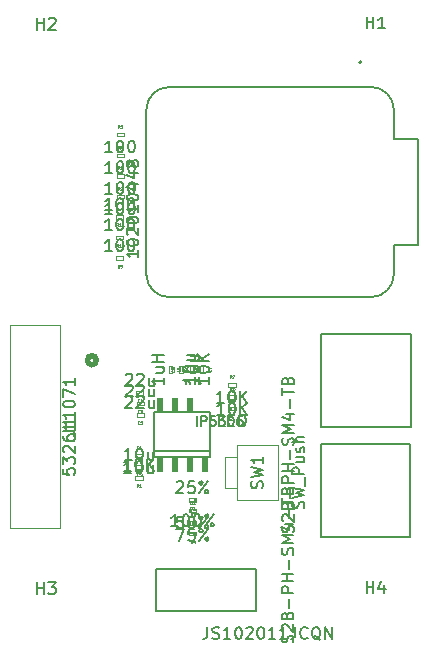
<source format=gbr>
%TF.GenerationSoftware,KiCad,Pcbnew,8.0.7*%
%TF.CreationDate,2025-01-15T11:33:58+05:30*%
%TF.ProjectId,STHDAQ_B1,53544844-4151-45f4-9231-2e6b69636164,rev?*%
%TF.SameCoordinates,Original*%
%TF.FileFunction,AssemblyDrawing,Top*%
%FSLAX46Y46*%
G04 Gerber Fmt 4.6, Leading zero omitted, Abs format (unit mm)*
G04 Created by KiCad (PCBNEW 8.0.7) date 2025-01-15 11:33:58*
%MOMM*%
%LPD*%
G01*
G04 APERTURE LIST*
%ADD10C,0.150000*%
%ADD11C,0.040000*%
%ADD12C,0.100000*%
%ADD13C,0.127000*%
%ADD14C,0.200000*%
%ADD15C,0.025400*%
%ADD16C,0.508000*%
%ADD17C,0.203200*%
%ADD18C,0.010000*%
G04 APERTURE END LIST*
D10*
X148247142Y-92724819D02*
X147675714Y-92724819D01*
X147961428Y-92724819D02*
X147961428Y-91724819D01*
X147961428Y-91724819D02*
X147866190Y-91867676D01*
X147866190Y-91867676D02*
X147770952Y-91962914D01*
X147770952Y-91962914D02*
X147675714Y-92010533D01*
X148866190Y-91724819D02*
X148961428Y-91724819D01*
X148961428Y-91724819D02*
X149056666Y-91772438D01*
X149056666Y-91772438D02*
X149104285Y-91820057D01*
X149104285Y-91820057D02*
X149151904Y-91915295D01*
X149151904Y-91915295D02*
X149199523Y-92105771D01*
X149199523Y-92105771D02*
X149199523Y-92343866D01*
X149199523Y-92343866D02*
X149151904Y-92534342D01*
X149151904Y-92534342D02*
X149104285Y-92629580D01*
X149104285Y-92629580D02*
X149056666Y-92677200D01*
X149056666Y-92677200D02*
X148961428Y-92724819D01*
X148961428Y-92724819D02*
X148866190Y-92724819D01*
X148866190Y-92724819D02*
X148770952Y-92677200D01*
X148770952Y-92677200D02*
X148723333Y-92629580D01*
X148723333Y-92629580D02*
X148675714Y-92534342D01*
X148675714Y-92534342D02*
X148628095Y-92343866D01*
X148628095Y-92343866D02*
X148628095Y-92105771D01*
X148628095Y-92105771D02*
X148675714Y-91915295D01*
X148675714Y-91915295D02*
X148723333Y-91820057D01*
X148723333Y-91820057D02*
X148770952Y-91772438D01*
X148770952Y-91772438D02*
X148866190Y-91724819D01*
X150056666Y-92058152D02*
X150056666Y-92724819D01*
X149628095Y-92058152D02*
X149628095Y-92581961D01*
X149628095Y-92581961D02*
X149675714Y-92677200D01*
X149675714Y-92677200D02*
X149770952Y-92724819D01*
X149770952Y-92724819D02*
X149913809Y-92724819D01*
X149913809Y-92724819D02*
X150009047Y-92677200D01*
X150009047Y-92677200D02*
X150056666Y-92629580D01*
D11*
X148848333Y-90629765D02*
X148836429Y-90641670D01*
X148836429Y-90641670D02*
X148800714Y-90653574D01*
X148800714Y-90653574D02*
X148776905Y-90653574D01*
X148776905Y-90653574D02*
X148741191Y-90641670D01*
X148741191Y-90641670D02*
X148717381Y-90617860D01*
X148717381Y-90617860D02*
X148705476Y-90594050D01*
X148705476Y-90594050D02*
X148693572Y-90546431D01*
X148693572Y-90546431D02*
X148693572Y-90510717D01*
X148693572Y-90510717D02*
X148705476Y-90463098D01*
X148705476Y-90463098D02*
X148717381Y-90439289D01*
X148717381Y-90439289D02*
X148741191Y-90415479D01*
X148741191Y-90415479D02*
X148776905Y-90403574D01*
X148776905Y-90403574D02*
X148800714Y-90403574D01*
X148800714Y-90403574D02*
X148836429Y-90415479D01*
X148836429Y-90415479D02*
X148848333Y-90427384D01*
X149086429Y-90653574D02*
X148943572Y-90653574D01*
X149015000Y-90653574D02*
X149015000Y-90403574D01*
X149015000Y-90403574D02*
X148991191Y-90439289D01*
X148991191Y-90439289D02*
X148967381Y-90463098D01*
X148967381Y-90463098D02*
X148943572Y-90475003D01*
D10*
X147765714Y-84410057D02*
X147813333Y-84362438D01*
X147813333Y-84362438D02*
X147908571Y-84314819D01*
X147908571Y-84314819D02*
X148146666Y-84314819D01*
X148146666Y-84314819D02*
X148241904Y-84362438D01*
X148241904Y-84362438D02*
X148289523Y-84410057D01*
X148289523Y-84410057D02*
X148337142Y-84505295D01*
X148337142Y-84505295D02*
X148337142Y-84600533D01*
X148337142Y-84600533D02*
X148289523Y-84743390D01*
X148289523Y-84743390D02*
X147718095Y-85314819D01*
X147718095Y-85314819D02*
X148337142Y-85314819D01*
X148718095Y-84410057D02*
X148765714Y-84362438D01*
X148765714Y-84362438D02*
X148860952Y-84314819D01*
X148860952Y-84314819D02*
X149099047Y-84314819D01*
X149099047Y-84314819D02*
X149194285Y-84362438D01*
X149194285Y-84362438D02*
X149241904Y-84410057D01*
X149241904Y-84410057D02*
X149289523Y-84505295D01*
X149289523Y-84505295D02*
X149289523Y-84600533D01*
X149289523Y-84600533D02*
X149241904Y-84743390D01*
X149241904Y-84743390D02*
X148670476Y-85314819D01*
X148670476Y-85314819D02*
X149289523Y-85314819D01*
X150146666Y-84648152D02*
X150146666Y-85314819D01*
X149718095Y-84648152D02*
X149718095Y-85171961D01*
X149718095Y-85171961D02*
X149765714Y-85267200D01*
X149765714Y-85267200D02*
X149860952Y-85314819D01*
X149860952Y-85314819D02*
X150003809Y-85314819D01*
X150003809Y-85314819D02*
X150099047Y-85267200D01*
X150099047Y-85267200D02*
X150146666Y-85219580D01*
D11*
X148938333Y-86679765D02*
X148926429Y-86691670D01*
X148926429Y-86691670D02*
X148890714Y-86703574D01*
X148890714Y-86703574D02*
X148866905Y-86703574D01*
X148866905Y-86703574D02*
X148831191Y-86691670D01*
X148831191Y-86691670D02*
X148807381Y-86667860D01*
X148807381Y-86667860D02*
X148795476Y-86644050D01*
X148795476Y-86644050D02*
X148783572Y-86596431D01*
X148783572Y-86596431D02*
X148783572Y-86560717D01*
X148783572Y-86560717D02*
X148795476Y-86513098D01*
X148795476Y-86513098D02*
X148807381Y-86489289D01*
X148807381Y-86489289D02*
X148831191Y-86465479D01*
X148831191Y-86465479D02*
X148866905Y-86453574D01*
X148866905Y-86453574D02*
X148890714Y-86453574D01*
X148890714Y-86453574D02*
X148926429Y-86465479D01*
X148926429Y-86465479D02*
X148938333Y-86477384D01*
X149152619Y-86536908D02*
X149152619Y-86703574D01*
X149093095Y-86441670D02*
X149033572Y-86620241D01*
X149033572Y-86620241D02*
X149188333Y-86620241D01*
D10*
X146638333Y-67314819D02*
X146066905Y-67314819D01*
X146352619Y-67314819D02*
X146352619Y-66314819D01*
X146352619Y-66314819D02*
X146257381Y-66457676D01*
X146257381Y-66457676D02*
X146162143Y-66552914D01*
X146162143Y-66552914D02*
X146066905Y-66600533D01*
X147257381Y-66314819D02*
X147352619Y-66314819D01*
X147352619Y-66314819D02*
X147447857Y-66362438D01*
X147447857Y-66362438D02*
X147495476Y-66410057D01*
X147495476Y-66410057D02*
X147543095Y-66505295D01*
X147543095Y-66505295D02*
X147590714Y-66695771D01*
X147590714Y-66695771D02*
X147590714Y-66933866D01*
X147590714Y-66933866D02*
X147543095Y-67124342D01*
X147543095Y-67124342D02*
X147495476Y-67219580D01*
X147495476Y-67219580D02*
X147447857Y-67267200D01*
X147447857Y-67267200D02*
X147352619Y-67314819D01*
X147352619Y-67314819D02*
X147257381Y-67314819D01*
X147257381Y-67314819D02*
X147162143Y-67267200D01*
X147162143Y-67267200D02*
X147114524Y-67219580D01*
X147114524Y-67219580D02*
X147066905Y-67124342D01*
X147066905Y-67124342D02*
X147019286Y-66933866D01*
X147019286Y-66933866D02*
X147019286Y-66695771D01*
X147019286Y-66695771D02*
X147066905Y-66505295D01*
X147066905Y-66505295D02*
X147114524Y-66410057D01*
X147114524Y-66410057D02*
X147162143Y-66362438D01*
X147162143Y-66362438D02*
X147257381Y-66314819D01*
X148209762Y-66314819D02*
X148305000Y-66314819D01*
X148305000Y-66314819D02*
X148400238Y-66362438D01*
X148400238Y-66362438D02*
X148447857Y-66410057D01*
X148447857Y-66410057D02*
X148495476Y-66505295D01*
X148495476Y-66505295D02*
X148543095Y-66695771D01*
X148543095Y-66695771D02*
X148543095Y-66933866D01*
X148543095Y-66933866D02*
X148495476Y-67124342D01*
X148495476Y-67124342D02*
X148447857Y-67219580D01*
X148447857Y-67219580D02*
X148400238Y-67267200D01*
X148400238Y-67267200D02*
X148305000Y-67314819D01*
X148305000Y-67314819D02*
X148209762Y-67314819D01*
X148209762Y-67314819D02*
X148114524Y-67267200D01*
X148114524Y-67267200D02*
X148066905Y-67219580D01*
X148066905Y-67219580D02*
X148019286Y-67124342D01*
X148019286Y-67124342D02*
X147971667Y-66933866D01*
X147971667Y-66933866D02*
X147971667Y-66695771D01*
X147971667Y-66695771D02*
X148019286Y-66505295D01*
X148019286Y-66505295D02*
X148066905Y-66410057D01*
X148066905Y-66410057D02*
X148114524Y-66362438D01*
X148114524Y-66362438D02*
X148209762Y-66314819D01*
D11*
X147263333Y-65243574D02*
X147180000Y-65124527D01*
X147120476Y-65243574D02*
X147120476Y-64993574D01*
X147120476Y-64993574D02*
X147215714Y-64993574D01*
X147215714Y-64993574D02*
X147239524Y-65005479D01*
X147239524Y-65005479D02*
X147251429Y-65017384D01*
X147251429Y-65017384D02*
X147263333Y-65041193D01*
X147263333Y-65041193D02*
X147263333Y-65076908D01*
X147263333Y-65076908D02*
X147251429Y-65100717D01*
X147251429Y-65100717D02*
X147239524Y-65112622D01*
X147239524Y-65112622D02*
X147215714Y-65124527D01*
X147215714Y-65124527D02*
X147120476Y-65124527D01*
X147477619Y-65076908D02*
X147477619Y-65243574D01*
X147418095Y-64981670D02*
X147358572Y-65160241D01*
X147358572Y-65160241D02*
X147513333Y-65160241D01*
D10*
X148847319Y-73846309D02*
X148847319Y-74417737D01*
X148847319Y-74132023D02*
X147847319Y-74132023D01*
X147847319Y-74132023D02*
X147990176Y-74227261D01*
X147990176Y-74227261D02*
X148085414Y-74322499D01*
X148085414Y-74322499D02*
X148133033Y-74417737D01*
X147847319Y-73227261D02*
X147847319Y-73132023D01*
X147847319Y-73132023D02*
X147894938Y-73036785D01*
X147894938Y-73036785D02*
X147942557Y-72989166D01*
X147942557Y-72989166D02*
X148037795Y-72941547D01*
X148037795Y-72941547D02*
X148228271Y-72893928D01*
X148228271Y-72893928D02*
X148466366Y-72893928D01*
X148466366Y-72893928D02*
X148656842Y-72941547D01*
X148656842Y-72941547D02*
X148752080Y-72989166D01*
X148752080Y-72989166D02*
X148799700Y-73036785D01*
X148799700Y-73036785D02*
X148847319Y-73132023D01*
X148847319Y-73132023D02*
X148847319Y-73227261D01*
X148847319Y-73227261D02*
X148799700Y-73322499D01*
X148799700Y-73322499D02*
X148752080Y-73370118D01*
X148752080Y-73370118D02*
X148656842Y-73417737D01*
X148656842Y-73417737D02*
X148466366Y-73465356D01*
X148466366Y-73465356D02*
X148228271Y-73465356D01*
X148228271Y-73465356D02*
X148037795Y-73417737D01*
X148037795Y-73417737D02*
X147942557Y-73370118D01*
X147942557Y-73370118D02*
X147894938Y-73322499D01*
X147894938Y-73322499D02*
X147847319Y-73227261D01*
X147942557Y-72512975D02*
X147894938Y-72465356D01*
X147894938Y-72465356D02*
X147847319Y-72370118D01*
X147847319Y-72370118D02*
X147847319Y-72132023D01*
X147847319Y-72132023D02*
X147894938Y-72036785D01*
X147894938Y-72036785D02*
X147942557Y-71989166D01*
X147942557Y-71989166D02*
X148037795Y-71941547D01*
X148037795Y-71941547D02*
X148133033Y-71941547D01*
X148133033Y-71941547D02*
X148275890Y-71989166D01*
X148275890Y-71989166D02*
X148847319Y-72560594D01*
X148847319Y-72560594D02*
X148847319Y-71941547D01*
X147847319Y-71322499D02*
X147847319Y-71227261D01*
X147847319Y-71227261D02*
X147894938Y-71132023D01*
X147894938Y-71132023D02*
X147942557Y-71084404D01*
X147942557Y-71084404D02*
X148037795Y-71036785D01*
X148037795Y-71036785D02*
X148228271Y-70989166D01*
X148228271Y-70989166D02*
X148466366Y-70989166D01*
X148466366Y-70989166D02*
X148656842Y-71036785D01*
X148656842Y-71036785D02*
X148752080Y-71084404D01*
X148752080Y-71084404D02*
X148799700Y-71132023D01*
X148799700Y-71132023D02*
X148847319Y-71227261D01*
X148847319Y-71227261D02*
X148847319Y-71322499D01*
X148847319Y-71322499D02*
X148799700Y-71417737D01*
X148799700Y-71417737D02*
X148752080Y-71465356D01*
X148752080Y-71465356D02*
X148656842Y-71512975D01*
X148656842Y-71512975D02*
X148466366Y-71560594D01*
X148466366Y-71560594D02*
X148228271Y-71560594D01*
X148228271Y-71560594D02*
X148037795Y-71512975D01*
X148037795Y-71512975D02*
X147942557Y-71465356D01*
X147942557Y-71465356D02*
X147894938Y-71417737D01*
X147894938Y-71417737D02*
X147847319Y-71322499D01*
X148847319Y-70036785D02*
X148847319Y-70608213D01*
X148847319Y-70322499D02*
X147847319Y-70322499D01*
X147847319Y-70322499D02*
X147990176Y-70417737D01*
X147990176Y-70417737D02*
X148085414Y-70512975D01*
X148085414Y-70512975D02*
X148133033Y-70608213D01*
X147847319Y-69417737D02*
X147847319Y-69322499D01*
X147847319Y-69322499D02*
X147894938Y-69227261D01*
X147894938Y-69227261D02*
X147942557Y-69179642D01*
X147942557Y-69179642D02*
X148037795Y-69132023D01*
X148037795Y-69132023D02*
X148228271Y-69084404D01*
X148228271Y-69084404D02*
X148466366Y-69084404D01*
X148466366Y-69084404D02*
X148656842Y-69132023D01*
X148656842Y-69132023D02*
X148752080Y-69179642D01*
X148752080Y-69179642D02*
X148799700Y-69227261D01*
X148799700Y-69227261D02*
X148847319Y-69322499D01*
X148847319Y-69322499D02*
X148847319Y-69417737D01*
X148847319Y-69417737D02*
X148799700Y-69512975D01*
X148799700Y-69512975D02*
X148752080Y-69560594D01*
X148752080Y-69560594D02*
X148656842Y-69608213D01*
X148656842Y-69608213D02*
X148466366Y-69655832D01*
X148466366Y-69655832D02*
X148228271Y-69655832D01*
X148228271Y-69655832D02*
X148037795Y-69608213D01*
X148037795Y-69608213D02*
X147942557Y-69560594D01*
X147942557Y-69560594D02*
X147894938Y-69512975D01*
X147894938Y-69512975D02*
X147847319Y-69417737D01*
X148180652Y-68227261D02*
X148847319Y-68227261D01*
X147799700Y-68465356D02*
X148513985Y-68703451D01*
X148513985Y-68703451D02*
X148513985Y-68084404D01*
X148180652Y-67274880D02*
X148847319Y-67274880D01*
X147799700Y-67512975D02*
X148513985Y-67751070D01*
X148513985Y-67751070D02*
X148513985Y-67132023D01*
X148275890Y-66608213D02*
X148228271Y-66703451D01*
X148228271Y-66703451D02*
X148180652Y-66751070D01*
X148180652Y-66751070D02*
X148085414Y-66798689D01*
X148085414Y-66798689D02*
X148037795Y-66798689D01*
X148037795Y-66798689D02*
X147942557Y-66751070D01*
X147942557Y-66751070D02*
X147894938Y-66703451D01*
X147894938Y-66703451D02*
X147847319Y-66608213D01*
X147847319Y-66608213D02*
X147847319Y-66417737D01*
X147847319Y-66417737D02*
X147894938Y-66322499D01*
X147894938Y-66322499D02*
X147942557Y-66274880D01*
X147942557Y-66274880D02*
X148037795Y-66227261D01*
X148037795Y-66227261D02*
X148085414Y-66227261D01*
X148085414Y-66227261D02*
X148180652Y-66274880D01*
X148180652Y-66274880D02*
X148228271Y-66322499D01*
X148228271Y-66322499D02*
X148275890Y-66417737D01*
X148275890Y-66417737D02*
X148275890Y-66608213D01*
X148275890Y-66608213D02*
X148323509Y-66703451D01*
X148323509Y-66703451D02*
X148371128Y-66751070D01*
X148371128Y-66751070D02*
X148466366Y-66798689D01*
X148466366Y-66798689D02*
X148656842Y-66798689D01*
X148656842Y-66798689D02*
X148752080Y-66751070D01*
X148752080Y-66751070D02*
X148799700Y-66703451D01*
X148799700Y-66703451D02*
X148847319Y-66608213D01*
X148847319Y-66608213D02*
X148847319Y-66417737D01*
X148847319Y-66417737D02*
X148799700Y-66322499D01*
X148799700Y-66322499D02*
X148752080Y-66274880D01*
X148752080Y-66274880D02*
X148656842Y-66227261D01*
X148656842Y-66227261D02*
X148466366Y-66227261D01*
X148466366Y-66227261D02*
X148371128Y-66274880D01*
X148371128Y-66274880D02*
X148323509Y-66322499D01*
X148323509Y-66322499D02*
X148275890Y-66417737D01*
X147785714Y-85320057D02*
X147833333Y-85272438D01*
X147833333Y-85272438D02*
X147928571Y-85224819D01*
X147928571Y-85224819D02*
X148166666Y-85224819D01*
X148166666Y-85224819D02*
X148261904Y-85272438D01*
X148261904Y-85272438D02*
X148309523Y-85320057D01*
X148309523Y-85320057D02*
X148357142Y-85415295D01*
X148357142Y-85415295D02*
X148357142Y-85510533D01*
X148357142Y-85510533D02*
X148309523Y-85653390D01*
X148309523Y-85653390D02*
X147738095Y-86224819D01*
X147738095Y-86224819D02*
X148357142Y-86224819D01*
X148738095Y-85320057D02*
X148785714Y-85272438D01*
X148785714Y-85272438D02*
X148880952Y-85224819D01*
X148880952Y-85224819D02*
X149119047Y-85224819D01*
X149119047Y-85224819D02*
X149214285Y-85272438D01*
X149214285Y-85272438D02*
X149261904Y-85320057D01*
X149261904Y-85320057D02*
X149309523Y-85415295D01*
X149309523Y-85415295D02*
X149309523Y-85510533D01*
X149309523Y-85510533D02*
X149261904Y-85653390D01*
X149261904Y-85653390D02*
X148690476Y-86224819D01*
X148690476Y-86224819D02*
X149309523Y-86224819D01*
X150166666Y-85558152D02*
X150166666Y-86224819D01*
X149738095Y-85558152D02*
X149738095Y-86081961D01*
X149738095Y-86081961D02*
X149785714Y-86177200D01*
X149785714Y-86177200D02*
X149880952Y-86224819D01*
X149880952Y-86224819D02*
X150023809Y-86224819D01*
X150023809Y-86224819D02*
X150119047Y-86177200D01*
X150119047Y-86177200D02*
X150166666Y-86129580D01*
D11*
X148958333Y-87589765D02*
X148946429Y-87601670D01*
X148946429Y-87601670D02*
X148910714Y-87613574D01*
X148910714Y-87613574D02*
X148886905Y-87613574D01*
X148886905Y-87613574D02*
X148851191Y-87601670D01*
X148851191Y-87601670D02*
X148827381Y-87577860D01*
X148827381Y-87577860D02*
X148815476Y-87554050D01*
X148815476Y-87554050D02*
X148803572Y-87506431D01*
X148803572Y-87506431D02*
X148803572Y-87470717D01*
X148803572Y-87470717D02*
X148815476Y-87423098D01*
X148815476Y-87423098D02*
X148827381Y-87399289D01*
X148827381Y-87399289D02*
X148851191Y-87375479D01*
X148851191Y-87375479D02*
X148886905Y-87363574D01*
X148886905Y-87363574D02*
X148910714Y-87363574D01*
X148910714Y-87363574D02*
X148946429Y-87375479D01*
X148946429Y-87375479D02*
X148958333Y-87387384D01*
X149172619Y-87363574D02*
X149125000Y-87363574D01*
X149125000Y-87363574D02*
X149101191Y-87375479D01*
X149101191Y-87375479D02*
X149089286Y-87387384D01*
X149089286Y-87387384D02*
X149065476Y-87423098D01*
X149065476Y-87423098D02*
X149053572Y-87470717D01*
X149053572Y-87470717D02*
X149053572Y-87565955D01*
X149053572Y-87565955D02*
X149065476Y-87589765D01*
X149065476Y-87589765D02*
X149077381Y-87601670D01*
X149077381Y-87601670D02*
X149101191Y-87613574D01*
X149101191Y-87613574D02*
X149148810Y-87613574D01*
X149148810Y-87613574D02*
X149172619Y-87601670D01*
X149172619Y-87601670D02*
X149184524Y-87589765D01*
X149184524Y-87589765D02*
X149196429Y-87565955D01*
X149196429Y-87565955D02*
X149196429Y-87506431D01*
X149196429Y-87506431D02*
X149184524Y-87482622D01*
X149184524Y-87482622D02*
X149172619Y-87470717D01*
X149172619Y-87470717D02*
X149148810Y-87458812D01*
X149148810Y-87458812D02*
X149101191Y-87458812D01*
X149101191Y-87458812D02*
X149077381Y-87470717D01*
X149077381Y-87470717D02*
X149065476Y-87482622D01*
X149065476Y-87482622D02*
X149053572Y-87506431D01*
D10*
X168168095Y-55059819D02*
X168168095Y-54059819D01*
X168168095Y-54536009D02*
X168739523Y-54536009D01*
X168739523Y-55059819D02*
X168739523Y-54059819D01*
X169739523Y-55059819D02*
X169168095Y-55059819D01*
X169453809Y-55059819D02*
X169453809Y-54059819D01*
X169453809Y-54059819D02*
X169358571Y-54202676D01*
X169358571Y-54202676D02*
X169263333Y-54297914D01*
X169263333Y-54297914D02*
X169168095Y-54345533D01*
X152096667Y-93500057D02*
X152144286Y-93452438D01*
X152144286Y-93452438D02*
X152239524Y-93404819D01*
X152239524Y-93404819D02*
X152477619Y-93404819D01*
X152477619Y-93404819D02*
X152572857Y-93452438D01*
X152572857Y-93452438D02*
X152620476Y-93500057D01*
X152620476Y-93500057D02*
X152668095Y-93595295D01*
X152668095Y-93595295D02*
X152668095Y-93690533D01*
X152668095Y-93690533D02*
X152620476Y-93833390D01*
X152620476Y-93833390D02*
X152049048Y-94404819D01*
X152049048Y-94404819D02*
X152668095Y-94404819D01*
X153572857Y-93404819D02*
X153096667Y-93404819D01*
X153096667Y-93404819D02*
X153049048Y-93881009D01*
X153049048Y-93881009D02*
X153096667Y-93833390D01*
X153096667Y-93833390D02*
X153191905Y-93785771D01*
X153191905Y-93785771D02*
X153430000Y-93785771D01*
X153430000Y-93785771D02*
X153525238Y-93833390D01*
X153525238Y-93833390D02*
X153572857Y-93881009D01*
X153572857Y-93881009D02*
X153620476Y-93976247D01*
X153620476Y-93976247D02*
X153620476Y-94214342D01*
X153620476Y-94214342D02*
X153572857Y-94309580D01*
X153572857Y-94309580D02*
X153525238Y-94357200D01*
X153525238Y-94357200D02*
X153430000Y-94404819D01*
X153430000Y-94404819D02*
X153191905Y-94404819D01*
X153191905Y-94404819D02*
X153096667Y-94357200D01*
X153096667Y-94357200D02*
X153049048Y-94309580D01*
X154001429Y-94404819D02*
X154763333Y-93404819D01*
X154144286Y-93404819D02*
X154239524Y-93452438D01*
X154239524Y-93452438D02*
X154287143Y-93547676D01*
X154287143Y-93547676D02*
X154239524Y-93642914D01*
X154239524Y-93642914D02*
X154144286Y-93690533D01*
X154144286Y-93690533D02*
X154049048Y-93642914D01*
X154049048Y-93642914D02*
X154001429Y-93547676D01*
X154001429Y-93547676D02*
X154049048Y-93452438D01*
X154049048Y-93452438D02*
X154144286Y-93404819D01*
X154715714Y-94357200D02*
X154763333Y-94261961D01*
X154763333Y-94261961D02*
X154715714Y-94166723D01*
X154715714Y-94166723D02*
X154620476Y-94119104D01*
X154620476Y-94119104D02*
X154525238Y-94166723D01*
X154525238Y-94166723D02*
X154477619Y-94261961D01*
X154477619Y-94261961D02*
X154525238Y-94357200D01*
X154525238Y-94357200D02*
X154620476Y-94404819D01*
X154620476Y-94404819D02*
X154715714Y-94357200D01*
D11*
X153245476Y-95793574D02*
X153245476Y-95543574D01*
X153245476Y-95543574D02*
X153305000Y-95543574D01*
X153305000Y-95543574D02*
X153340714Y-95555479D01*
X153340714Y-95555479D02*
X153364524Y-95579289D01*
X153364524Y-95579289D02*
X153376429Y-95603098D01*
X153376429Y-95603098D02*
X153388333Y-95650717D01*
X153388333Y-95650717D02*
X153388333Y-95686431D01*
X153388333Y-95686431D02*
X153376429Y-95734050D01*
X153376429Y-95734050D02*
X153364524Y-95757860D01*
X153364524Y-95757860D02*
X153340714Y-95781670D01*
X153340714Y-95781670D02*
X153305000Y-95793574D01*
X153305000Y-95793574D02*
X153245476Y-95793574D01*
X153626429Y-95793574D02*
X153483572Y-95793574D01*
X153555000Y-95793574D02*
X153555000Y-95543574D01*
X153555000Y-95543574D02*
X153531191Y-95579289D01*
X153531191Y-95579289D02*
X153507381Y-95603098D01*
X153507381Y-95603098D02*
X153483572Y-95615003D01*
D10*
X156104523Y-87749819D02*
X155533095Y-87749819D01*
X155818809Y-87749819D02*
X155818809Y-86749819D01*
X155818809Y-86749819D02*
X155723571Y-86892676D01*
X155723571Y-86892676D02*
X155628333Y-86987914D01*
X155628333Y-86987914D02*
X155533095Y-87035533D01*
X156723571Y-86749819D02*
X156818809Y-86749819D01*
X156818809Y-86749819D02*
X156914047Y-86797438D01*
X156914047Y-86797438D02*
X156961666Y-86845057D01*
X156961666Y-86845057D02*
X157009285Y-86940295D01*
X157009285Y-86940295D02*
X157056904Y-87130771D01*
X157056904Y-87130771D02*
X157056904Y-87368866D01*
X157056904Y-87368866D02*
X157009285Y-87559342D01*
X157009285Y-87559342D02*
X156961666Y-87654580D01*
X156961666Y-87654580D02*
X156914047Y-87702200D01*
X156914047Y-87702200D02*
X156818809Y-87749819D01*
X156818809Y-87749819D02*
X156723571Y-87749819D01*
X156723571Y-87749819D02*
X156628333Y-87702200D01*
X156628333Y-87702200D02*
X156580714Y-87654580D01*
X156580714Y-87654580D02*
X156533095Y-87559342D01*
X156533095Y-87559342D02*
X156485476Y-87368866D01*
X156485476Y-87368866D02*
X156485476Y-87130771D01*
X156485476Y-87130771D02*
X156533095Y-86940295D01*
X156533095Y-86940295D02*
X156580714Y-86845057D01*
X156580714Y-86845057D02*
X156628333Y-86797438D01*
X156628333Y-86797438D02*
X156723571Y-86749819D01*
X157485476Y-87749819D02*
X157485476Y-86749819D01*
X158056904Y-87749819D02*
X157628333Y-87178390D01*
X158056904Y-86749819D02*
X157485476Y-87321247D01*
D11*
X156753333Y-85678574D02*
X156670000Y-85559527D01*
X156610476Y-85678574D02*
X156610476Y-85428574D01*
X156610476Y-85428574D02*
X156705714Y-85428574D01*
X156705714Y-85428574D02*
X156729524Y-85440479D01*
X156729524Y-85440479D02*
X156741429Y-85452384D01*
X156741429Y-85452384D02*
X156753333Y-85476193D01*
X156753333Y-85476193D02*
X156753333Y-85511908D01*
X156753333Y-85511908D02*
X156741429Y-85535717D01*
X156741429Y-85535717D02*
X156729524Y-85547622D01*
X156729524Y-85547622D02*
X156705714Y-85559527D01*
X156705714Y-85559527D02*
X156610476Y-85559527D01*
X156967619Y-85428574D02*
X156920000Y-85428574D01*
X156920000Y-85428574D02*
X156896191Y-85440479D01*
X156896191Y-85440479D02*
X156884286Y-85452384D01*
X156884286Y-85452384D02*
X156860476Y-85488098D01*
X156860476Y-85488098D02*
X156848572Y-85535717D01*
X156848572Y-85535717D02*
X156848572Y-85630955D01*
X156848572Y-85630955D02*
X156860476Y-85654765D01*
X156860476Y-85654765D02*
X156872381Y-85666670D01*
X156872381Y-85666670D02*
X156896191Y-85678574D01*
X156896191Y-85678574D02*
X156943810Y-85678574D01*
X156943810Y-85678574D02*
X156967619Y-85666670D01*
X156967619Y-85666670D02*
X156979524Y-85654765D01*
X156979524Y-85654765D02*
X156991429Y-85630955D01*
X156991429Y-85630955D02*
X156991429Y-85571431D01*
X156991429Y-85571431D02*
X156979524Y-85547622D01*
X156979524Y-85547622D02*
X156967619Y-85535717D01*
X156967619Y-85535717D02*
X156943810Y-85523812D01*
X156943810Y-85523812D02*
X156896191Y-85523812D01*
X156896191Y-85523812D02*
X156872381Y-85535717D01*
X156872381Y-85535717D02*
X156860476Y-85547622D01*
X156860476Y-85547622D02*
X156848572Y-85571431D01*
D10*
X148292142Y-91589819D02*
X147720714Y-91589819D01*
X148006428Y-91589819D02*
X148006428Y-90589819D01*
X148006428Y-90589819D02*
X147911190Y-90732676D01*
X147911190Y-90732676D02*
X147815952Y-90827914D01*
X147815952Y-90827914D02*
X147720714Y-90875533D01*
X148911190Y-90589819D02*
X149006428Y-90589819D01*
X149006428Y-90589819D02*
X149101666Y-90637438D01*
X149101666Y-90637438D02*
X149149285Y-90685057D01*
X149149285Y-90685057D02*
X149196904Y-90780295D01*
X149196904Y-90780295D02*
X149244523Y-90970771D01*
X149244523Y-90970771D02*
X149244523Y-91208866D01*
X149244523Y-91208866D02*
X149196904Y-91399342D01*
X149196904Y-91399342D02*
X149149285Y-91494580D01*
X149149285Y-91494580D02*
X149101666Y-91542200D01*
X149101666Y-91542200D02*
X149006428Y-91589819D01*
X149006428Y-91589819D02*
X148911190Y-91589819D01*
X148911190Y-91589819D02*
X148815952Y-91542200D01*
X148815952Y-91542200D02*
X148768333Y-91494580D01*
X148768333Y-91494580D02*
X148720714Y-91399342D01*
X148720714Y-91399342D02*
X148673095Y-91208866D01*
X148673095Y-91208866D02*
X148673095Y-90970771D01*
X148673095Y-90970771D02*
X148720714Y-90780295D01*
X148720714Y-90780295D02*
X148768333Y-90685057D01*
X148768333Y-90685057D02*
X148815952Y-90637438D01*
X148815952Y-90637438D02*
X148911190Y-90589819D01*
X150101666Y-90923152D02*
X150101666Y-91589819D01*
X149673095Y-90923152D02*
X149673095Y-91446961D01*
X149673095Y-91446961D02*
X149720714Y-91542200D01*
X149720714Y-91542200D02*
X149815952Y-91589819D01*
X149815952Y-91589819D02*
X149958809Y-91589819D01*
X149958809Y-91589819D02*
X150054047Y-91542200D01*
X150054047Y-91542200D02*
X150101666Y-91494580D01*
D11*
X148893333Y-92954765D02*
X148881429Y-92966670D01*
X148881429Y-92966670D02*
X148845714Y-92978574D01*
X148845714Y-92978574D02*
X148821905Y-92978574D01*
X148821905Y-92978574D02*
X148786191Y-92966670D01*
X148786191Y-92966670D02*
X148762381Y-92942860D01*
X148762381Y-92942860D02*
X148750476Y-92919050D01*
X148750476Y-92919050D02*
X148738572Y-92871431D01*
X148738572Y-92871431D02*
X148738572Y-92835717D01*
X148738572Y-92835717D02*
X148750476Y-92788098D01*
X148750476Y-92788098D02*
X148762381Y-92764289D01*
X148762381Y-92764289D02*
X148786191Y-92740479D01*
X148786191Y-92740479D02*
X148821905Y-92728574D01*
X148821905Y-92728574D02*
X148845714Y-92728574D01*
X148845714Y-92728574D02*
X148881429Y-92740479D01*
X148881429Y-92740479D02*
X148893333Y-92752384D01*
X148988572Y-92752384D02*
X149000476Y-92740479D01*
X149000476Y-92740479D02*
X149024286Y-92728574D01*
X149024286Y-92728574D02*
X149083810Y-92728574D01*
X149083810Y-92728574D02*
X149107619Y-92740479D01*
X149107619Y-92740479D02*
X149119524Y-92752384D01*
X149119524Y-92752384D02*
X149131429Y-92776193D01*
X149131429Y-92776193D02*
X149131429Y-92800003D01*
X149131429Y-92800003D02*
X149119524Y-92835717D01*
X149119524Y-92835717D02*
X148976667Y-92978574D01*
X148976667Y-92978574D02*
X149131429Y-92978574D01*
D10*
X152071548Y-97429819D02*
X152738214Y-97429819D01*
X152738214Y-97429819D02*
X152309643Y-98429819D01*
X153595357Y-97429819D02*
X153119167Y-97429819D01*
X153119167Y-97429819D02*
X153071548Y-97906009D01*
X153071548Y-97906009D02*
X153119167Y-97858390D01*
X153119167Y-97858390D02*
X153214405Y-97810771D01*
X153214405Y-97810771D02*
X153452500Y-97810771D01*
X153452500Y-97810771D02*
X153547738Y-97858390D01*
X153547738Y-97858390D02*
X153595357Y-97906009D01*
X153595357Y-97906009D02*
X153642976Y-98001247D01*
X153642976Y-98001247D02*
X153642976Y-98239342D01*
X153642976Y-98239342D02*
X153595357Y-98334580D01*
X153595357Y-98334580D02*
X153547738Y-98382200D01*
X153547738Y-98382200D02*
X153452500Y-98429819D01*
X153452500Y-98429819D02*
X153214405Y-98429819D01*
X153214405Y-98429819D02*
X153119167Y-98382200D01*
X153119167Y-98382200D02*
X153071548Y-98334580D01*
X154023929Y-98429819D02*
X154785833Y-97429819D01*
X154166786Y-97429819D02*
X154262024Y-97477438D01*
X154262024Y-97477438D02*
X154309643Y-97572676D01*
X154309643Y-97572676D02*
X154262024Y-97667914D01*
X154262024Y-97667914D02*
X154166786Y-97715533D01*
X154166786Y-97715533D02*
X154071548Y-97667914D01*
X154071548Y-97667914D02*
X154023929Y-97572676D01*
X154023929Y-97572676D02*
X154071548Y-97477438D01*
X154071548Y-97477438D02*
X154166786Y-97429819D01*
X154738214Y-98382200D02*
X154785833Y-98286961D01*
X154785833Y-98286961D02*
X154738214Y-98191723D01*
X154738214Y-98191723D02*
X154642976Y-98144104D01*
X154642976Y-98144104D02*
X154547738Y-98191723D01*
X154547738Y-98191723D02*
X154500119Y-98286961D01*
X154500119Y-98286961D02*
X154547738Y-98382200D01*
X154547738Y-98382200D02*
X154642976Y-98429819D01*
X154642976Y-98429819D02*
X154738214Y-98382200D01*
D11*
X153267976Y-96358574D02*
X153267976Y-96108574D01*
X153267976Y-96108574D02*
X153327500Y-96108574D01*
X153327500Y-96108574D02*
X153363214Y-96120479D01*
X153363214Y-96120479D02*
X153387024Y-96144289D01*
X153387024Y-96144289D02*
X153398929Y-96168098D01*
X153398929Y-96168098D02*
X153410833Y-96215717D01*
X153410833Y-96215717D02*
X153410833Y-96251431D01*
X153410833Y-96251431D02*
X153398929Y-96299050D01*
X153398929Y-96299050D02*
X153387024Y-96322860D01*
X153387024Y-96322860D02*
X153363214Y-96346670D01*
X153363214Y-96346670D02*
X153327500Y-96358574D01*
X153327500Y-96358574D02*
X153267976Y-96358574D01*
X153494167Y-96108574D02*
X153648929Y-96108574D01*
X153648929Y-96108574D02*
X153565595Y-96203812D01*
X153565595Y-96203812D02*
X153601310Y-96203812D01*
X153601310Y-96203812D02*
X153625119Y-96215717D01*
X153625119Y-96215717D02*
X153637024Y-96227622D01*
X153637024Y-96227622D02*
X153648929Y-96251431D01*
X153648929Y-96251431D02*
X153648929Y-96310955D01*
X153648929Y-96310955D02*
X153637024Y-96334765D01*
X153637024Y-96334765D02*
X153625119Y-96346670D01*
X153625119Y-96346670D02*
X153601310Y-96358574D01*
X153601310Y-96358574D02*
X153529881Y-96358574D01*
X153529881Y-96358574D02*
X153506072Y-96346670D01*
X153506072Y-96346670D02*
X153494167Y-96334765D01*
D10*
X153614819Y-84557857D02*
X153614819Y-85129285D01*
X153614819Y-84843571D02*
X152614819Y-84843571D01*
X152614819Y-84843571D02*
X152757676Y-84938809D01*
X152757676Y-84938809D02*
X152852914Y-85034047D01*
X152852914Y-85034047D02*
X152900533Y-85129285D01*
X152614819Y-83938809D02*
X152614819Y-83843571D01*
X152614819Y-83843571D02*
X152662438Y-83748333D01*
X152662438Y-83748333D02*
X152710057Y-83700714D01*
X152710057Y-83700714D02*
X152805295Y-83653095D01*
X152805295Y-83653095D02*
X152995771Y-83605476D01*
X152995771Y-83605476D02*
X153233866Y-83605476D01*
X153233866Y-83605476D02*
X153424342Y-83653095D01*
X153424342Y-83653095D02*
X153519580Y-83700714D01*
X153519580Y-83700714D02*
X153567200Y-83748333D01*
X153567200Y-83748333D02*
X153614819Y-83843571D01*
X153614819Y-83843571D02*
X153614819Y-83938809D01*
X153614819Y-83938809D02*
X153567200Y-84034047D01*
X153567200Y-84034047D02*
X153519580Y-84081666D01*
X153519580Y-84081666D02*
X153424342Y-84129285D01*
X153424342Y-84129285D02*
X153233866Y-84176904D01*
X153233866Y-84176904D02*
X152995771Y-84176904D01*
X152995771Y-84176904D02*
X152805295Y-84129285D01*
X152805295Y-84129285D02*
X152710057Y-84081666D01*
X152710057Y-84081666D02*
X152662438Y-84034047D01*
X152662438Y-84034047D02*
X152614819Y-83938809D01*
X152948152Y-82748333D02*
X153614819Y-82748333D01*
X152948152Y-83176904D02*
X153471961Y-83176904D01*
X153471961Y-83176904D02*
X153567200Y-83129285D01*
X153567200Y-83129285D02*
X153614819Y-83034047D01*
X153614819Y-83034047D02*
X153614819Y-82891190D01*
X153614819Y-82891190D02*
X153567200Y-82795952D01*
X153567200Y-82795952D02*
X153519580Y-82748333D01*
D11*
X154979765Y-83956666D02*
X154991670Y-83968570D01*
X154991670Y-83968570D02*
X155003574Y-84004285D01*
X155003574Y-84004285D02*
X155003574Y-84028094D01*
X155003574Y-84028094D02*
X154991670Y-84063808D01*
X154991670Y-84063808D02*
X154967860Y-84087618D01*
X154967860Y-84087618D02*
X154944050Y-84099523D01*
X154944050Y-84099523D02*
X154896431Y-84111427D01*
X154896431Y-84111427D02*
X154860717Y-84111427D01*
X154860717Y-84111427D02*
X154813098Y-84099523D01*
X154813098Y-84099523D02*
X154789289Y-84087618D01*
X154789289Y-84087618D02*
X154765479Y-84063808D01*
X154765479Y-84063808D02*
X154753574Y-84028094D01*
X154753574Y-84028094D02*
X154753574Y-84004285D01*
X154753574Y-84004285D02*
X154765479Y-83968570D01*
X154765479Y-83968570D02*
X154777384Y-83956666D01*
X154753574Y-83873332D02*
X154753574Y-83706666D01*
X154753574Y-83706666D02*
X155003574Y-83813808D01*
D10*
X146638333Y-70814819D02*
X146066905Y-70814819D01*
X146352619Y-70814819D02*
X146352619Y-69814819D01*
X146352619Y-69814819D02*
X146257381Y-69957676D01*
X146257381Y-69957676D02*
X146162143Y-70052914D01*
X146162143Y-70052914D02*
X146066905Y-70100533D01*
X147257381Y-69814819D02*
X147352619Y-69814819D01*
X147352619Y-69814819D02*
X147447857Y-69862438D01*
X147447857Y-69862438D02*
X147495476Y-69910057D01*
X147495476Y-69910057D02*
X147543095Y-70005295D01*
X147543095Y-70005295D02*
X147590714Y-70195771D01*
X147590714Y-70195771D02*
X147590714Y-70433866D01*
X147590714Y-70433866D02*
X147543095Y-70624342D01*
X147543095Y-70624342D02*
X147495476Y-70719580D01*
X147495476Y-70719580D02*
X147447857Y-70767200D01*
X147447857Y-70767200D02*
X147352619Y-70814819D01*
X147352619Y-70814819D02*
X147257381Y-70814819D01*
X147257381Y-70814819D02*
X147162143Y-70767200D01*
X147162143Y-70767200D02*
X147114524Y-70719580D01*
X147114524Y-70719580D02*
X147066905Y-70624342D01*
X147066905Y-70624342D02*
X147019286Y-70433866D01*
X147019286Y-70433866D02*
X147019286Y-70195771D01*
X147019286Y-70195771D02*
X147066905Y-70005295D01*
X147066905Y-70005295D02*
X147114524Y-69910057D01*
X147114524Y-69910057D02*
X147162143Y-69862438D01*
X147162143Y-69862438D02*
X147257381Y-69814819D01*
X148209762Y-69814819D02*
X148305000Y-69814819D01*
X148305000Y-69814819D02*
X148400238Y-69862438D01*
X148400238Y-69862438D02*
X148447857Y-69910057D01*
X148447857Y-69910057D02*
X148495476Y-70005295D01*
X148495476Y-70005295D02*
X148543095Y-70195771D01*
X148543095Y-70195771D02*
X148543095Y-70433866D01*
X148543095Y-70433866D02*
X148495476Y-70624342D01*
X148495476Y-70624342D02*
X148447857Y-70719580D01*
X148447857Y-70719580D02*
X148400238Y-70767200D01*
X148400238Y-70767200D02*
X148305000Y-70814819D01*
X148305000Y-70814819D02*
X148209762Y-70814819D01*
X148209762Y-70814819D02*
X148114524Y-70767200D01*
X148114524Y-70767200D02*
X148066905Y-70719580D01*
X148066905Y-70719580D02*
X148019286Y-70624342D01*
X148019286Y-70624342D02*
X147971667Y-70433866D01*
X147971667Y-70433866D02*
X147971667Y-70195771D01*
X147971667Y-70195771D02*
X148019286Y-70005295D01*
X148019286Y-70005295D02*
X148066905Y-69910057D01*
X148066905Y-69910057D02*
X148114524Y-69862438D01*
X148114524Y-69862438D02*
X148209762Y-69814819D01*
D11*
X147263333Y-68743574D02*
X147180000Y-68624527D01*
X147120476Y-68743574D02*
X147120476Y-68493574D01*
X147120476Y-68493574D02*
X147215714Y-68493574D01*
X147215714Y-68493574D02*
X147239524Y-68505479D01*
X147239524Y-68505479D02*
X147251429Y-68517384D01*
X147251429Y-68517384D02*
X147263333Y-68541193D01*
X147263333Y-68541193D02*
X147263333Y-68576908D01*
X147263333Y-68576908D02*
X147251429Y-68600717D01*
X147251429Y-68600717D02*
X147239524Y-68612622D01*
X147239524Y-68612622D02*
X147215714Y-68624527D01*
X147215714Y-68624527D02*
X147120476Y-68624527D01*
X147358572Y-68517384D02*
X147370476Y-68505479D01*
X147370476Y-68505479D02*
X147394286Y-68493574D01*
X147394286Y-68493574D02*
X147453810Y-68493574D01*
X147453810Y-68493574D02*
X147477619Y-68505479D01*
X147477619Y-68505479D02*
X147489524Y-68517384D01*
X147489524Y-68517384D02*
X147501429Y-68541193D01*
X147501429Y-68541193D02*
X147501429Y-68565003D01*
X147501429Y-68565003D02*
X147489524Y-68600717D01*
X147489524Y-68600717D02*
X147346667Y-68743574D01*
X147346667Y-68743574D02*
X147501429Y-68743574D01*
D10*
X140268095Y-55159819D02*
X140268095Y-54159819D01*
X140268095Y-54636009D02*
X140839523Y-54636009D01*
X140839523Y-55159819D02*
X140839523Y-54159819D01*
X141268095Y-54255057D02*
X141315714Y-54207438D01*
X141315714Y-54207438D02*
X141410952Y-54159819D01*
X141410952Y-54159819D02*
X141649047Y-54159819D01*
X141649047Y-54159819D02*
X141744285Y-54207438D01*
X141744285Y-54207438D02*
X141791904Y-54255057D01*
X141791904Y-54255057D02*
X141839523Y-54350295D01*
X141839523Y-54350295D02*
X141839523Y-54445533D01*
X141839523Y-54445533D02*
X141791904Y-54588390D01*
X141791904Y-54588390D02*
X141220476Y-55159819D01*
X141220476Y-55159819D02*
X141839523Y-55159819D01*
X142469319Y-92346428D02*
X142469319Y-92822618D01*
X142469319Y-92822618D02*
X142945509Y-92870237D01*
X142945509Y-92870237D02*
X142897890Y-92822618D01*
X142897890Y-92822618D02*
X142850271Y-92727380D01*
X142850271Y-92727380D02*
X142850271Y-92489285D01*
X142850271Y-92489285D02*
X142897890Y-92394047D01*
X142897890Y-92394047D02*
X142945509Y-92346428D01*
X142945509Y-92346428D02*
X143040747Y-92298809D01*
X143040747Y-92298809D02*
X143278842Y-92298809D01*
X143278842Y-92298809D02*
X143374080Y-92346428D01*
X143374080Y-92346428D02*
X143421700Y-92394047D01*
X143421700Y-92394047D02*
X143469319Y-92489285D01*
X143469319Y-92489285D02*
X143469319Y-92727380D01*
X143469319Y-92727380D02*
X143421700Y-92822618D01*
X143421700Y-92822618D02*
X143374080Y-92870237D01*
X142469319Y-91965475D02*
X142469319Y-91346428D01*
X142469319Y-91346428D02*
X142850271Y-91679761D01*
X142850271Y-91679761D02*
X142850271Y-91536904D01*
X142850271Y-91536904D02*
X142897890Y-91441666D01*
X142897890Y-91441666D02*
X142945509Y-91394047D01*
X142945509Y-91394047D02*
X143040747Y-91346428D01*
X143040747Y-91346428D02*
X143278842Y-91346428D01*
X143278842Y-91346428D02*
X143374080Y-91394047D01*
X143374080Y-91394047D02*
X143421700Y-91441666D01*
X143421700Y-91441666D02*
X143469319Y-91536904D01*
X143469319Y-91536904D02*
X143469319Y-91822618D01*
X143469319Y-91822618D02*
X143421700Y-91917856D01*
X143421700Y-91917856D02*
X143374080Y-91965475D01*
X142564557Y-90965475D02*
X142516938Y-90917856D01*
X142516938Y-90917856D02*
X142469319Y-90822618D01*
X142469319Y-90822618D02*
X142469319Y-90584523D01*
X142469319Y-90584523D02*
X142516938Y-90489285D01*
X142516938Y-90489285D02*
X142564557Y-90441666D01*
X142564557Y-90441666D02*
X142659795Y-90394047D01*
X142659795Y-90394047D02*
X142755033Y-90394047D01*
X142755033Y-90394047D02*
X142897890Y-90441666D01*
X142897890Y-90441666D02*
X143469319Y-91013094D01*
X143469319Y-91013094D02*
X143469319Y-90394047D01*
X142469319Y-89536904D02*
X142469319Y-89727380D01*
X142469319Y-89727380D02*
X142516938Y-89822618D01*
X142516938Y-89822618D02*
X142564557Y-89870237D01*
X142564557Y-89870237D02*
X142707414Y-89965475D01*
X142707414Y-89965475D02*
X142897890Y-90013094D01*
X142897890Y-90013094D02*
X143278842Y-90013094D01*
X143278842Y-90013094D02*
X143374080Y-89965475D01*
X143374080Y-89965475D02*
X143421700Y-89917856D01*
X143421700Y-89917856D02*
X143469319Y-89822618D01*
X143469319Y-89822618D02*
X143469319Y-89632142D01*
X143469319Y-89632142D02*
X143421700Y-89536904D01*
X143421700Y-89536904D02*
X143374080Y-89489285D01*
X143374080Y-89489285D02*
X143278842Y-89441666D01*
X143278842Y-89441666D02*
X143040747Y-89441666D01*
X143040747Y-89441666D02*
X142945509Y-89489285D01*
X142945509Y-89489285D02*
X142897890Y-89536904D01*
X142897890Y-89536904D02*
X142850271Y-89632142D01*
X142850271Y-89632142D02*
X142850271Y-89822618D01*
X142850271Y-89822618D02*
X142897890Y-89917856D01*
X142897890Y-89917856D02*
X142945509Y-89965475D01*
X142945509Y-89965475D02*
X143040747Y-90013094D01*
X143469319Y-88489285D02*
X143469319Y-89060713D01*
X143469319Y-88774999D02*
X142469319Y-88774999D01*
X142469319Y-88774999D02*
X142612176Y-88870237D01*
X142612176Y-88870237D02*
X142707414Y-88965475D01*
X142707414Y-88965475D02*
X142755033Y-89060713D01*
X143469319Y-87536904D02*
X143469319Y-88108332D01*
X143469319Y-87822618D02*
X142469319Y-87822618D01*
X142469319Y-87822618D02*
X142612176Y-87917856D01*
X142612176Y-87917856D02*
X142707414Y-88013094D01*
X142707414Y-88013094D02*
X142755033Y-88108332D01*
X142469319Y-86917856D02*
X142469319Y-86822618D01*
X142469319Y-86822618D02*
X142516938Y-86727380D01*
X142516938Y-86727380D02*
X142564557Y-86679761D01*
X142564557Y-86679761D02*
X142659795Y-86632142D01*
X142659795Y-86632142D02*
X142850271Y-86584523D01*
X142850271Y-86584523D02*
X143088366Y-86584523D01*
X143088366Y-86584523D02*
X143278842Y-86632142D01*
X143278842Y-86632142D02*
X143374080Y-86679761D01*
X143374080Y-86679761D02*
X143421700Y-86727380D01*
X143421700Y-86727380D02*
X143469319Y-86822618D01*
X143469319Y-86822618D02*
X143469319Y-86917856D01*
X143469319Y-86917856D02*
X143421700Y-87013094D01*
X143421700Y-87013094D02*
X143374080Y-87060713D01*
X143374080Y-87060713D02*
X143278842Y-87108332D01*
X143278842Y-87108332D02*
X143088366Y-87155951D01*
X143088366Y-87155951D02*
X142850271Y-87155951D01*
X142850271Y-87155951D02*
X142659795Y-87108332D01*
X142659795Y-87108332D02*
X142564557Y-87060713D01*
X142564557Y-87060713D02*
X142516938Y-87013094D01*
X142516938Y-87013094D02*
X142469319Y-86917856D01*
X142469319Y-86251189D02*
X142469319Y-85584523D01*
X142469319Y-85584523D02*
X143469319Y-86013094D01*
X143469319Y-84679761D02*
X143469319Y-85251189D01*
X143469319Y-84965475D02*
X142469319Y-84965475D01*
X142469319Y-84965475D02*
X142612176Y-85060713D01*
X142612176Y-85060713D02*
X142707414Y-85155951D01*
X142707414Y-85155951D02*
X142755033Y-85251189D01*
X142469319Y-89108333D02*
X143183604Y-89108333D01*
X143183604Y-89108333D02*
X143326461Y-89155952D01*
X143326461Y-89155952D02*
X143421700Y-89251190D01*
X143421700Y-89251190D02*
X143469319Y-89394047D01*
X143469319Y-89394047D02*
X143469319Y-89489285D01*
X143469319Y-88108333D02*
X143469319Y-88679761D01*
X143469319Y-88394047D02*
X142469319Y-88394047D01*
X142469319Y-88394047D02*
X142612176Y-88489285D01*
X142612176Y-88489285D02*
X142707414Y-88584523D01*
X142707414Y-88584523D02*
X142755033Y-88679761D01*
X153791190Y-88684295D02*
X153791190Y-87884295D01*
X154172142Y-88684295D02*
X154172142Y-87884295D01*
X154172142Y-87884295D02*
X154476904Y-87884295D01*
X154476904Y-87884295D02*
X154553094Y-87922390D01*
X154553094Y-87922390D02*
X154591189Y-87960485D01*
X154591189Y-87960485D02*
X154629285Y-88036676D01*
X154629285Y-88036676D02*
X154629285Y-88150961D01*
X154629285Y-88150961D02*
X154591189Y-88227152D01*
X154591189Y-88227152D02*
X154553094Y-88265247D01*
X154553094Y-88265247D02*
X154476904Y-88303342D01*
X154476904Y-88303342D02*
X154172142Y-88303342D01*
X155353094Y-87884295D02*
X154972142Y-87884295D01*
X154972142Y-87884295D02*
X154934046Y-88265247D01*
X154934046Y-88265247D02*
X154972142Y-88227152D01*
X154972142Y-88227152D02*
X155048332Y-88189057D01*
X155048332Y-88189057D02*
X155238808Y-88189057D01*
X155238808Y-88189057D02*
X155314999Y-88227152D01*
X155314999Y-88227152D02*
X155353094Y-88265247D01*
X155353094Y-88265247D02*
X155391189Y-88341438D01*
X155391189Y-88341438D02*
X155391189Y-88531914D01*
X155391189Y-88531914D02*
X155353094Y-88608104D01*
X155353094Y-88608104D02*
X155314999Y-88646200D01*
X155314999Y-88646200D02*
X155238808Y-88684295D01*
X155238808Y-88684295D02*
X155048332Y-88684295D01*
X155048332Y-88684295D02*
X154972142Y-88646200D01*
X154972142Y-88646200D02*
X154934046Y-88608104D01*
X155657856Y-87884295D02*
X156153094Y-87884295D01*
X156153094Y-87884295D02*
X155886428Y-88189057D01*
X155886428Y-88189057D02*
X156000713Y-88189057D01*
X156000713Y-88189057D02*
X156076904Y-88227152D01*
X156076904Y-88227152D02*
X156114999Y-88265247D01*
X156114999Y-88265247D02*
X156153094Y-88341438D01*
X156153094Y-88341438D02*
X156153094Y-88531914D01*
X156153094Y-88531914D02*
X156114999Y-88608104D01*
X156114999Y-88608104D02*
X156076904Y-88646200D01*
X156076904Y-88646200D02*
X156000713Y-88684295D01*
X156000713Y-88684295D02*
X155772142Y-88684295D01*
X155772142Y-88684295D02*
X155695951Y-88646200D01*
X155695951Y-88646200D02*
X155657856Y-88608104D01*
X156648333Y-87884295D02*
X156724523Y-87884295D01*
X156724523Y-87884295D02*
X156800714Y-87922390D01*
X156800714Y-87922390D02*
X156838809Y-87960485D01*
X156838809Y-87960485D02*
X156876904Y-88036676D01*
X156876904Y-88036676D02*
X156914999Y-88189057D01*
X156914999Y-88189057D02*
X156914999Y-88379533D01*
X156914999Y-88379533D02*
X156876904Y-88531914D01*
X156876904Y-88531914D02*
X156838809Y-88608104D01*
X156838809Y-88608104D02*
X156800714Y-88646200D01*
X156800714Y-88646200D02*
X156724523Y-88684295D01*
X156724523Y-88684295D02*
X156648333Y-88684295D01*
X156648333Y-88684295D02*
X156572142Y-88646200D01*
X156572142Y-88646200D02*
X156534047Y-88608104D01*
X156534047Y-88608104D02*
X156495952Y-88531914D01*
X156495952Y-88531914D02*
X156457856Y-88379533D01*
X156457856Y-88379533D02*
X156457856Y-88189057D01*
X156457856Y-88189057D02*
X156495952Y-88036676D01*
X156495952Y-88036676D02*
X156534047Y-87960485D01*
X156534047Y-87960485D02*
X156572142Y-87922390D01*
X156572142Y-87922390D02*
X156648333Y-87884295D01*
X157600714Y-87884295D02*
X157448333Y-87884295D01*
X157448333Y-87884295D02*
X157372142Y-87922390D01*
X157372142Y-87922390D02*
X157334047Y-87960485D01*
X157334047Y-87960485D02*
X157257857Y-88074771D01*
X157257857Y-88074771D02*
X157219761Y-88227152D01*
X157219761Y-88227152D02*
X157219761Y-88531914D01*
X157219761Y-88531914D02*
X157257857Y-88608104D01*
X157257857Y-88608104D02*
X157295952Y-88646200D01*
X157295952Y-88646200D02*
X157372142Y-88684295D01*
X157372142Y-88684295D02*
X157524523Y-88684295D01*
X157524523Y-88684295D02*
X157600714Y-88646200D01*
X157600714Y-88646200D02*
X157638809Y-88608104D01*
X157638809Y-88608104D02*
X157676904Y-88531914D01*
X157676904Y-88531914D02*
X157676904Y-88341438D01*
X157676904Y-88341438D02*
X157638809Y-88265247D01*
X157638809Y-88265247D02*
X157600714Y-88227152D01*
X157600714Y-88227152D02*
X157524523Y-88189057D01*
X157524523Y-88189057D02*
X157372142Y-88189057D01*
X157372142Y-88189057D02*
X157295952Y-88227152D01*
X157295952Y-88227152D02*
X157257857Y-88265247D01*
X157257857Y-88265247D02*
X157219761Y-88341438D01*
X148214523Y-92509819D02*
X147643095Y-92509819D01*
X147928809Y-92509819D02*
X147928809Y-91509819D01*
X147928809Y-91509819D02*
X147833571Y-91652676D01*
X147833571Y-91652676D02*
X147738333Y-91747914D01*
X147738333Y-91747914D02*
X147643095Y-91795533D01*
X148833571Y-91509819D02*
X148928809Y-91509819D01*
X148928809Y-91509819D02*
X149024047Y-91557438D01*
X149024047Y-91557438D02*
X149071666Y-91605057D01*
X149071666Y-91605057D02*
X149119285Y-91700295D01*
X149119285Y-91700295D02*
X149166904Y-91890771D01*
X149166904Y-91890771D02*
X149166904Y-92128866D01*
X149166904Y-92128866D02*
X149119285Y-92319342D01*
X149119285Y-92319342D02*
X149071666Y-92414580D01*
X149071666Y-92414580D02*
X149024047Y-92462200D01*
X149024047Y-92462200D02*
X148928809Y-92509819D01*
X148928809Y-92509819D02*
X148833571Y-92509819D01*
X148833571Y-92509819D02*
X148738333Y-92462200D01*
X148738333Y-92462200D02*
X148690714Y-92414580D01*
X148690714Y-92414580D02*
X148643095Y-92319342D01*
X148643095Y-92319342D02*
X148595476Y-92128866D01*
X148595476Y-92128866D02*
X148595476Y-91890771D01*
X148595476Y-91890771D02*
X148643095Y-91700295D01*
X148643095Y-91700295D02*
X148690714Y-91605057D01*
X148690714Y-91605057D02*
X148738333Y-91557438D01*
X148738333Y-91557438D02*
X148833571Y-91509819D01*
X149595476Y-92509819D02*
X149595476Y-91509819D01*
X150166904Y-92509819D02*
X149738333Y-91938390D01*
X150166904Y-91509819D02*
X149595476Y-92081247D01*
D11*
X148863333Y-93898574D02*
X148780000Y-93779527D01*
X148720476Y-93898574D02*
X148720476Y-93648574D01*
X148720476Y-93648574D02*
X148815714Y-93648574D01*
X148815714Y-93648574D02*
X148839524Y-93660479D01*
X148839524Y-93660479D02*
X148851429Y-93672384D01*
X148851429Y-93672384D02*
X148863333Y-93696193D01*
X148863333Y-93696193D02*
X148863333Y-93731908D01*
X148863333Y-93731908D02*
X148851429Y-93755717D01*
X148851429Y-93755717D02*
X148839524Y-93767622D01*
X148839524Y-93767622D02*
X148815714Y-93779527D01*
X148815714Y-93779527D02*
X148720476Y-93779527D01*
X149101429Y-93898574D02*
X148958572Y-93898574D01*
X149030000Y-93898574D02*
X149030000Y-93648574D01*
X149030000Y-93648574D02*
X149006191Y-93684289D01*
X149006191Y-93684289D02*
X148982381Y-93708098D01*
X148982381Y-93708098D02*
X148958572Y-93720003D01*
D10*
X156147142Y-88759819D02*
X155670952Y-88759819D01*
X155670952Y-88759819D02*
X155670952Y-87759819D01*
X156480476Y-88236009D02*
X156813809Y-88236009D01*
X156956666Y-88759819D02*
X156480476Y-88759819D01*
X156480476Y-88759819D02*
X156480476Y-87759819D01*
X156480476Y-87759819D02*
X156956666Y-87759819D01*
X157385238Y-88759819D02*
X157385238Y-87759819D01*
X157385238Y-87759819D02*
X157623333Y-87759819D01*
X157623333Y-87759819D02*
X157766190Y-87807438D01*
X157766190Y-87807438D02*
X157861428Y-87902676D01*
X157861428Y-87902676D02*
X157909047Y-87997914D01*
X157909047Y-87997914D02*
X157956666Y-88188390D01*
X157956666Y-88188390D02*
X157956666Y-88331247D01*
X157956666Y-88331247D02*
X157909047Y-88521723D01*
X157909047Y-88521723D02*
X157861428Y-88616961D01*
X157861428Y-88616961D02*
X157766190Y-88712200D01*
X157766190Y-88712200D02*
X157623333Y-88759819D01*
X157623333Y-88759819D02*
X157385238Y-88759819D01*
D11*
X156605476Y-86688574D02*
X156605476Y-86438574D01*
X156605476Y-86438574D02*
X156665000Y-86438574D01*
X156665000Y-86438574D02*
X156700714Y-86450479D01*
X156700714Y-86450479D02*
X156724524Y-86474289D01*
X156724524Y-86474289D02*
X156736429Y-86498098D01*
X156736429Y-86498098D02*
X156748333Y-86545717D01*
X156748333Y-86545717D02*
X156748333Y-86581431D01*
X156748333Y-86581431D02*
X156736429Y-86629050D01*
X156736429Y-86629050D02*
X156724524Y-86652860D01*
X156724524Y-86652860D02*
X156700714Y-86676670D01*
X156700714Y-86676670D02*
X156665000Y-86688574D01*
X156665000Y-86688574D02*
X156605476Y-86688574D01*
X156974524Y-86438574D02*
X156855476Y-86438574D01*
X156855476Y-86438574D02*
X156843572Y-86557622D01*
X156843572Y-86557622D02*
X156855476Y-86545717D01*
X156855476Y-86545717D02*
X156879286Y-86533812D01*
X156879286Y-86533812D02*
X156938810Y-86533812D01*
X156938810Y-86533812D02*
X156962619Y-86545717D01*
X156962619Y-86545717D02*
X156974524Y-86557622D01*
X156974524Y-86557622D02*
X156986429Y-86581431D01*
X156986429Y-86581431D02*
X156986429Y-86640955D01*
X156986429Y-86640955D02*
X156974524Y-86664765D01*
X156974524Y-86664765D02*
X156962619Y-86676670D01*
X156962619Y-86676670D02*
X156938810Y-86688574D01*
X156938810Y-86688574D02*
X156879286Y-86688574D01*
X156879286Y-86688574D02*
X156855476Y-86676670D01*
X156855476Y-86676670D02*
X156843572Y-86664765D01*
D10*
X150984819Y-84625476D02*
X150984819Y-85196904D01*
X150984819Y-84911190D02*
X149984819Y-84911190D01*
X149984819Y-84911190D02*
X150127676Y-85006428D01*
X150127676Y-85006428D02*
X150222914Y-85101666D01*
X150222914Y-85101666D02*
X150270533Y-85196904D01*
X150318152Y-83768333D02*
X150984819Y-83768333D01*
X150318152Y-84196904D02*
X150841961Y-84196904D01*
X150841961Y-84196904D02*
X150937200Y-84149285D01*
X150937200Y-84149285D02*
X150984819Y-84054047D01*
X150984819Y-84054047D02*
X150984819Y-83911190D01*
X150984819Y-83911190D02*
X150937200Y-83815952D01*
X150937200Y-83815952D02*
X150889580Y-83768333D01*
X150984819Y-83292142D02*
X149984819Y-83292142D01*
X150461009Y-83292142D02*
X150461009Y-82720714D01*
X150984819Y-82720714D02*
X149984819Y-82720714D01*
D11*
X152373574Y-83976666D02*
X152373574Y-84095714D01*
X152373574Y-84095714D02*
X152123574Y-84095714D01*
X152373574Y-83762380D02*
X152373574Y-83905237D01*
X152373574Y-83833809D02*
X152123574Y-83833809D01*
X152123574Y-83833809D02*
X152159289Y-83857618D01*
X152159289Y-83857618D02*
X152183098Y-83881428D01*
X152183098Y-83881428D02*
X152195003Y-83905237D01*
D10*
X152211904Y-97214819D02*
X151640476Y-97214819D01*
X151926190Y-97214819D02*
X151926190Y-96214819D01*
X151926190Y-96214819D02*
X151830952Y-96357676D01*
X151830952Y-96357676D02*
X151735714Y-96452914D01*
X151735714Y-96452914D02*
X151640476Y-96500533D01*
X152830952Y-96214819D02*
X152926190Y-96214819D01*
X152926190Y-96214819D02*
X153021428Y-96262438D01*
X153021428Y-96262438D02*
X153069047Y-96310057D01*
X153069047Y-96310057D02*
X153116666Y-96405295D01*
X153116666Y-96405295D02*
X153164285Y-96595771D01*
X153164285Y-96595771D02*
X153164285Y-96833866D01*
X153164285Y-96833866D02*
X153116666Y-97024342D01*
X153116666Y-97024342D02*
X153069047Y-97119580D01*
X153069047Y-97119580D02*
X153021428Y-97167200D01*
X153021428Y-97167200D02*
X152926190Y-97214819D01*
X152926190Y-97214819D02*
X152830952Y-97214819D01*
X152830952Y-97214819D02*
X152735714Y-97167200D01*
X152735714Y-97167200D02*
X152688095Y-97119580D01*
X152688095Y-97119580D02*
X152640476Y-97024342D01*
X152640476Y-97024342D02*
X152592857Y-96833866D01*
X152592857Y-96833866D02*
X152592857Y-96595771D01*
X152592857Y-96595771D02*
X152640476Y-96405295D01*
X152640476Y-96405295D02*
X152688095Y-96310057D01*
X152688095Y-96310057D02*
X152735714Y-96262438D01*
X152735714Y-96262438D02*
X152830952Y-96214819D01*
X153783333Y-96214819D02*
X153878571Y-96214819D01*
X153878571Y-96214819D02*
X153973809Y-96262438D01*
X153973809Y-96262438D02*
X154021428Y-96310057D01*
X154021428Y-96310057D02*
X154069047Y-96405295D01*
X154069047Y-96405295D02*
X154116666Y-96595771D01*
X154116666Y-96595771D02*
X154116666Y-96833866D01*
X154116666Y-96833866D02*
X154069047Y-97024342D01*
X154069047Y-97024342D02*
X154021428Y-97119580D01*
X154021428Y-97119580D02*
X153973809Y-97167200D01*
X153973809Y-97167200D02*
X153878571Y-97214819D01*
X153878571Y-97214819D02*
X153783333Y-97214819D01*
X153783333Y-97214819D02*
X153688095Y-97167200D01*
X153688095Y-97167200D02*
X153640476Y-97119580D01*
X153640476Y-97119580D02*
X153592857Y-97024342D01*
X153592857Y-97024342D02*
X153545238Y-96833866D01*
X153545238Y-96833866D02*
X153545238Y-96595771D01*
X153545238Y-96595771D02*
X153592857Y-96405295D01*
X153592857Y-96405295D02*
X153640476Y-96310057D01*
X153640476Y-96310057D02*
X153688095Y-96262438D01*
X153688095Y-96262438D02*
X153783333Y-96214819D01*
X154497619Y-97214819D02*
X155259523Y-96214819D01*
X154640476Y-96214819D02*
X154735714Y-96262438D01*
X154735714Y-96262438D02*
X154783333Y-96357676D01*
X154783333Y-96357676D02*
X154735714Y-96452914D01*
X154735714Y-96452914D02*
X154640476Y-96500533D01*
X154640476Y-96500533D02*
X154545238Y-96452914D01*
X154545238Y-96452914D02*
X154497619Y-96357676D01*
X154497619Y-96357676D02*
X154545238Y-96262438D01*
X154545238Y-96262438D02*
X154640476Y-96214819D01*
X155211904Y-97167200D02*
X155259523Y-97071961D01*
X155259523Y-97071961D02*
X155211904Y-96976723D01*
X155211904Y-96976723D02*
X155116666Y-96929104D01*
X155116666Y-96929104D02*
X155021428Y-96976723D01*
X155021428Y-96976723D02*
X154973809Y-97071961D01*
X154973809Y-97071961D02*
X155021428Y-97167200D01*
X155021428Y-97167200D02*
X155116666Y-97214819D01*
X155116666Y-97214819D02*
X155211904Y-97167200D01*
D11*
X153265476Y-98603574D02*
X153265476Y-98353574D01*
X153265476Y-98353574D02*
X153325000Y-98353574D01*
X153325000Y-98353574D02*
X153360714Y-98365479D01*
X153360714Y-98365479D02*
X153384524Y-98389289D01*
X153384524Y-98389289D02*
X153396429Y-98413098D01*
X153396429Y-98413098D02*
X153408333Y-98460717D01*
X153408333Y-98460717D02*
X153408333Y-98496431D01*
X153408333Y-98496431D02*
X153396429Y-98544050D01*
X153396429Y-98544050D02*
X153384524Y-98567860D01*
X153384524Y-98567860D02*
X153360714Y-98591670D01*
X153360714Y-98591670D02*
X153325000Y-98603574D01*
X153325000Y-98603574D02*
X153265476Y-98603574D01*
X153622619Y-98436908D02*
X153622619Y-98603574D01*
X153563095Y-98341670D02*
X153503572Y-98520241D01*
X153503572Y-98520241D02*
X153658333Y-98520241D01*
D10*
X146638333Y-69064819D02*
X146066905Y-69064819D01*
X146352619Y-69064819D02*
X146352619Y-68064819D01*
X146352619Y-68064819D02*
X146257381Y-68207676D01*
X146257381Y-68207676D02*
X146162143Y-68302914D01*
X146162143Y-68302914D02*
X146066905Y-68350533D01*
X147257381Y-68064819D02*
X147352619Y-68064819D01*
X147352619Y-68064819D02*
X147447857Y-68112438D01*
X147447857Y-68112438D02*
X147495476Y-68160057D01*
X147495476Y-68160057D02*
X147543095Y-68255295D01*
X147543095Y-68255295D02*
X147590714Y-68445771D01*
X147590714Y-68445771D02*
X147590714Y-68683866D01*
X147590714Y-68683866D02*
X147543095Y-68874342D01*
X147543095Y-68874342D02*
X147495476Y-68969580D01*
X147495476Y-68969580D02*
X147447857Y-69017200D01*
X147447857Y-69017200D02*
X147352619Y-69064819D01*
X147352619Y-69064819D02*
X147257381Y-69064819D01*
X147257381Y-69064819D02*
X147162143Y-69017200D01*
X147162143Y-69017200D02*
X147114524Y-68969580D01*
X147114524Y-68969580D02*
X147066905Y-68874342D01*
X147066905Y-68874342D02*
X147019286Y-68683866D01*
X147019286Y-68683866D02*
X147019286Y-68445771D01*
X147019286Y-68445771D02*
X147066905Y-68255295D01*
X147066905Y-68255295D02*
X147114524Y-68160057D01*
X147114524Y-68160057D02*
X147162143Y-68112438D01*
X147162143Y-68112438D02*
X147257381Y-68064819D01*
X148209762Y-68064819D02*
X148305000Y-68064819D01*
X148305000Y-68064819D02*
X148400238Y-68112438D01*
X148400238Y-68112438D02*
X148447857Y-68160057D01*
X148447857Y-68160057D02*
X148495476Y-68255295D01*
X148495476Y-68255295D02*
X148543095Y-68445771D01*
X148543095Y-68445771D02*
X148543095Y-68683866D01*
X148543095Y-68683866D02*
X148495476Y-68874342D01*
X148495476Y-68874342D02*
X148447857Y-68969580D01*
X148447857Y-68969580D02*
X148400238Y-69017200D01*
X148400238Y-69017200D02*
X148305000Y-69064819D01*
X148305000Y-69064819D02*
X148209762Y-69064819D01*
X148209762Y-69064819D02*
X148114524Y-69017200D01*
X148114524Y-69017200D02*
X148066905Y-68969580D01*
X148066905Y-68969580D02*
X148019286Y-68874342D01*
X148019286Y-68874342D02*
X147971667Y-68683866D01*
X147971667Y-68683866D02*
X147971667Y-68445771D01*
X147971667Y-68445771D02*
X148019286Y-68255295D01*
X148019286Y-68255295D02*
X148066905Y-68160057D01*
X148066905Y-68160057D02*
X148114524Y-68112438D01*
X148114524Y-68112438D02*
X148209762Y-68064819D01*
D11*
X147263333Y-66993574D02*
X147180000Y-66874527D01*
X147120476Y-66993574D02*
X147120476Y-66743574D01*
X147120476Y-66743574D02*
X147215714Y-66743574D01*
X147215714Y-66743574D02*
X147239524Y-66755479D01*
X147239524Y-66755479D02*
X147251429Y-66767384D01*
X147251429Y-66767384D02*
X147263333Y-66791193D01*
X147263333Y-66791193D02*
X147263333Y-66826908D01*
X147263333Y-66826908D02*
X147251429Y-66850717D01*
X147251429Y-66850717D02*
X147239524Y-66862622D01*
X147239524Y-66862622D02*
X147215714Y-66874527D01*
X147215714Y-66874527D02*
X147120476Y-66874527D01*
X147346667Y-66743574D02*
X147501429Y-66743574D01*
X147501429Y-66743574D02*
X147418095Y-66838812D01*
X147418095Y-66838812D02*
X147453810Y-66838812D01*
X147453810Y-66838812D02*
X147477619Y-66850717D01*
X147477619Y-66850717D02*
X147489524Y-66862622D01*
X147489524Y-66862622D02*
X147501429Y-66886431D01*
X147501429Y-66886431D02*
X147501429Y-66945955D01*
X147501429Y-66945955D02*
X147489524Y-66969765D01*
X147489524Y-66969765D02*
X147477619Y-66981670D01*
X147477619Y-66981670D02*
X147453810Y-66993574D01*
X147453810Y-66993574D02*
X147382381Y-66993574D01*
X147382381Y-66993574D02*
X147358572Y-66981670D01*
X147358572Y-66981670D02*
X147346667Y-66969765D01*
D10*
X152620476Y-96394819D02*
X152144286Y-96394819D01*
X152144286Y-96394819D02*
X152096667Y-96871009D01*
X152096667Y-96871009D02*
X152144286Y-96823390D01*
X152144286Y-96823390D02*
X152239524Y-96775771D01*
X152239524Y-96775771D02*
X152477619Y-96775771D01*
X152477619Y-96775771D02*
X152572857Y-96823390D01*
X152572857Y-96823390D02*
X152620476Y-96871009D01*
X152620476Y-96871009D02*
X152668095Y-96966247D01*
X152668095Y-96966247D02*
X152668095Y-97204342D01*
X152668095Y-97204342D02*
X152620476Y-97299580D01*
X152620476Y-97299580D02*
X152572857Y-97347200D01*
X152572857Y-97347200D02*
X152477619Y-97394819D01*
X152477619Y-97394819D02*
X152239524Y-97394819D01*
X152239524Y-97394819D02*
X152144286Y-97347200D01*
X152144286Y-97347200D02*
X152096667Y-97299580D01*
X153287143Y-96394819D02*
X153382381Y-96394819D01*
X153382381Y-96394819D02*
X153477619Y-96442438D01*
X153477619Y-96442438D02*
X153525238Y-96490057D01*
X153525238Y-96490057D02*
X153572857Y-96585295D01*
X153572857Y-96585295D02*
X153620476Y-96775771D01*
X153620476Y-96775771D02*
X153620476Y-97013866D01*
X153620476Y-97013866D02*
X153572857Y-97204342D01*
X153572857Y-97204342D02*
X153525238Y-97299580D01*
X153525238Y-97299580D02*
X153477619Y-97347200D01*
X153477619Y-97347200D02*
X153382381Y-97394819D01*
X153382381Y-97394819D02*
X153287143Y-97394819D01*
X153287143Y-97394819D02*
X153191905Y-97347200D01*
X153191905Y-97347200D02*
X153144286Y-97299580D01*
X153144286Y-97299580D02*
X153096667Y-97204342D01*
X153096667Y-97204342D02*
X153049048Y-97013866D01*
X153049048Y-97013866D02*
X153049048Y-96775771D01*
X153049048Y-96775771D02*
X153096667Y-96585295D01*
X153096667Y-96585295D02*
X153144286Y-96490057D01*
X153144286Y-96490057D02*
X153191905Y-96442438D01*
X153191905Y-96442438D02*
X153287143Y-96394819D01*
X154001429Y-97394819D02*
X154763333Y-96394819D01*
X154144286Y-96394819D02*
X154239524Y-96442438D01*
X154239524Y-96442438D02*
X154287143Y-96537676D01*
X154287143Y-96537676D02*
X154239524Y-96632914D01*
X154239524Y-96632914D02*
X154144286Y-96680533D01*
X154144286Y-96680533D02*
X154049048Y-96632914D01*
X154049048Y-96632914D02*
X154001429Y-96537676D01*
X154001429Y-96537676D02*
X154049048Y-96442438D01*
X154049048Y-96442438D02*
X154144286Y-96394819D01*
X154715714Y-97347200D02*
X154763333Y-97251961D01*
X154763333Y-97251961D02*
X154715714Y-97156723D01*
X154715714Y-97156723D02*
X154620476Y-97109104D01*
X154620476Y-97109104D02*
X154525238Y-97156723D01*
X154525238Y-97156723D02*
X154477619Y-97251961D01*
X154477619Y-97251961D02*
X154525238Y-97347200D01*
X154525238Y-97347200D02*
X154620476Y-97394819D01*
X154620476Y-97394819D02*
X154715714Y-97347200D01*
D11*
X153245476Y-95323574D02*
X153245476Y-95073574D01*
X153245476Y-95073574D02*
X153305000Y-95073574D01*
X153305000Y-95073574D02*
X153340714Y-95085479D01*
X153340714Y-95085479D02*
X153364524Y-95109289D01*
X153364524Y-95109289D02*
X153376429Y-95133098D01*
X153376429Y-95133098D02*
X153388333Y-95180717D01*
X153388333Y-95180717D02*
X153388333Y-95216431D01*
X153388333Y-95216431D02*
X153376429Y-95264050D01*
X153376429Y-95264050D02*
X153364524Y-95287860D01*
X153364524Y-95287860D02*
X153340714Y-95311670D01*
X153340714Y-95311670D02*
X153305000Y-95323574D01*
X153305000Y-95323574D02*
X153245476Y-95323574D01*
X153483572Y-95097384D02*
X153495476Y-95085479D01*
X153495476Y-95085479D02*
X153519286Y-95073574D01*
X153519286Y-95073574D02*
X153578810Y-95073574D01*
X153578810Y-95073574D02*
X153602619Y-95085479D01*
X153602619Y-95085479D02*
X153614524Y-95097384D01*
X153614524Y-95097384D02*
X153626429Y-95121193D01*
X153626429Y-95121193D02*
X153626429Y-95145003D01*
X153626429Y-95145003D02*
X153614524Y-95180717D01*
X153614524Y-95180717D02*
X153471667Y-95323574D01*
X153471667Y-95323574D02*
X153626429Y-95323574D01*
D10*
X162847200Y-95692618D02*
X162894819Y-95549761D01*
X162894819Y-95549761D02*
X162894819Y-95311666D01*
X162894819Y-95311666D02*
X162847200Y-95216428D01*
X162847200Y-95216428D02*
X162799580Y-95168809D01*
X162799580Y-95168809D02*
X162704342Y-95121190D01*
X162704342Y-95121190D02*
X162609104Y-95121190D01*
X162609104Y-95121190D02*
X162513866Y-95168809D01*
X162513866Y-95168809D02*
X162466247Y-95216428D01*
X162466247Y-95216428D02*
X162418628Y-95311666D01*
X162418628Y-95311666D02*
X162371009Y-95502142D01*
X162371009Y-95502142D02*
X162323390Y-95597380D01*
X162323390Y-95597380D02*
X162275771Y-95644999D01*
X162275771Y-95644999D02*
X162180533Y-95692618D01*
X162180533Y-95692618D02*
X162085295Y-95692618D01*
X162085295Y-95692618D02*
X161990057Y-95644999D01*
X161990057Y-95644999D02*
X161942438Y-95597380D01*
X161942438Y-95597380D02*
X161894819Y-95502142D01*
X161894819Y-95502142D02*
X161894819Y-95264047D01*
X161894819Y-95264047D02*
X161942438Y-95121190D01*
X161894819Y-94787856D02*
X162894819Y-94549761D01*
X162894819Y-94549761D02*
X162180533Y-94359285D01*
X162180533Y-94359285D02*
X162894819Y-94168809D01*
X162894819Y-94168809D02*
X161894819Y-93930714D01*
X162990057Y-93787857D02*
X162990057Y-93025952D01*
X162894819Y-92787856D02*
X161894819Y-92787856D01*
X161894819Y-92787856D02*
X161894819Y-92406904D01*
X161894819Y-92406904D02*
X161942438Y-92311666D01*
X161942438Y-92311666D02*
X161990057Y-92264047D01*
X161990057Y-92264047D02*
X162085295Y-92216428D01*
X162085295Y-92216428D02*
X162228152Y-92216428D01*
X162228152Y-92216428D02*
X162323390Y-92264047D01*
X162323390Y-92264047D02*
X162371009Y-92311666D01*
X162371009Y-92311666D02*
X162418628Y-92406904D01*
X162418628Y-92406904D02*
X162418628Y-92787856D01*
X162228152Y-91359285D02*
X162894819Y-91359285D01*
X162228152Y-91787856D02*
X162751961Y-91787856D01*
X162751961Y-91787856D02*
X162847200Y-91740237D01*
X162847200Y-91740237D02*
X162894819Y-91644999D01*
X162894819Y-91644999D02*
X162894819Y-91502142D01*
X162894819Y-91502142D02*
X162847200Y-91406904D01*
X162847200Y-91406904D02*
X162799580Y-91359285D01*
X162847200Y-90930713D02*
X162894819Y-90835475D01*
X162894819Y-90835475D02*
X162894819Y-90644999D01*
X162894819Y-90644999D02*
X162847200Y-90549761D01*
X162847200Y-90549761D02*
X162751961Y-90502142D01*
X162751961Y-90502142D02*
X162704342Y-90502142D01*
X162704342Y-90502142D02*
X162609104Y-90549761D01*
X162609104Y-90549761D02*
X162561485Y-90644999D01*
X162561485Y-90644999D02*
X162561485Y-90787856D01*
X162561485Y-90787856D02*
X162513866Y-90883094D01*
X162513866Y-90883094D02*
X162418628Y-90930713D01*
X162418628Y-90930713D02*
X162371009Y-90930713D01*
X162371009Y-90930713D02*
X162275771Y-90883094D01*
X162275771Y-90883094D02*
X162228152Y-90787856D01*
X162228152Y-90787856D02*
X162228152Y-90644999D01*
X162228152Y-90644999D02*
X162275771Y-90549761D01*
X162894819Y-90073570D02*
X161894819Y-90073570D01*
X162894819Y-89644999D02*
X162371009Y-89644999D01*
X162371009Y-89644999D02*
X162275771Y-89692618D01*
X162275771Y-89692618D02*
X162228152Y-89787856D01*
X162228152Y-89787856D02*
X162228152Y-89930713D01*
X162228152Y-89930713D02*
X162275771Y-90025951D01*
X162275771Y-90025951D02*
X162323390Y-90073570D01*
X159347200Y-93978332D02*
X159394819Y-93835475D01*
X159394819Y-93835475D02*
X159394819Y-93597380D01*
X159394819Y-93597380D02*
X159347200Y-93502142D01*
X159347200Y-93502142D02*
X159299580Y-93454523D01*
X159299580Y-93454523D02*
X159204342Y-93406904D01*
X159204342Y-93406904D02*
X159109104Y-93406904D01*
X159109104Y-93406904D02*
X159013866Y-93454523D01*
X159013866Y-93454523D02*
X158966247Y-93502142D01*
X158966247Y-93502142D02*
X158918628Y-93597380D01*
X158918628Y-93597380D02*
X158871009Y-93787856D01*
X158871009Y-93787856D02*
X158823390Y-93883094D01*
X158823390Y-93883094D02*
X158775771Y-93930713D01*
X158775771Y-93930713D02*
X158680533Y-93978332D01*
X158680533Y-93978332D02*
X158585295Y-93978332D01*
X158585295Y-93978332D02*
X158490057Y-93930713D01*
X158490057Y-93930713D02*
X158442438Y-93883094D01*
X158442438Y-93883094D02*
X158394819Y-93787856D01*
X158394819Y-93787856D02*
X158394819Y-93549761D01*
X158394819Y-93549761D02*
X158442438Y-93406904D01*
X158394819Y-93073570D02*
X159394819Y-92835475D01*
X159394819Y-92835475D02*
X158680533Y-92644999D01*
X158680533Y-92644999D02*
X159394819Y-92454523D01*
X159394819Y-92454523D02*
X158394819Y-92216428D01*
X159394819Y-91311666D02*
X159394819Y-91883094D01*
X159394819Y-91597380D02*
X158394819Y-91597380D01*
X158394819Y-91597380D02*
X158537676Y-91692618D01*
X158537676Y-91692618D02*
X158632914Y-91787856D01*
X158632914Y-91787856D02*
X158680533Y-91883094D01*
X161926492Y-107046072D02*
X161974123Y-106903177D01*
X161974123Y-106903177D02*
X161974123Y-106665018D01*
X161974123Y-106665018D02*
X161926492Y-106569754D01*
X161926492Y-106569754D02*
X161878860Y-106522122D01*
X161878860Y-106522122D02*
X161783596Y-106474491D01*
X161783596Y-106474491D02*
X161688332Y-106474491D01*
X161688332Y-106474491D02*
X161593069Y-106522122D01*
X161593069Y-106522122D02*
X161545437Y-106569754D01*
X161545437Y-106569754D02*
X161497805Y-106665018D01*
X161497805Y-106665018D02*
X161450173Y-106855545D01*
X161450173Y-106855545D02*
X161402542Y-106950809D01*
X161402542Y-106950809D02*
X161354910Y-106998440D01*
X161354910Y-106998440D02*
X161259646Y-107046072D01*
X161259646Y-107046072D02*
X161164383Y-107046072D01*
X161164383Y-107046072D02*
X161069119Y-106998440D01*
X161069119Y-106998440D02*
X161021487Y-106950809D01*
X161021487Y-106950809D02*
X160973855Y-106855545D01*
X160973855Y-106855545D02*
X160973855Y-106617386D01*
X160973855Y-106617386D02*
X161021487Y-106474491D01*
X161069119Y-106093436D02*
X161021487Y-106045804D01*
X161021487Y-106045804D02*
X160973855Y-105950541D01*
X160973855Y-105950541D02*
X160973855Y-105712382D01*
X160973855Y-105712382D02*
X161021487Y-105617118D01*
X161021487Y-105617118D02*
X161069119Y-105569486D01*
X161069119Y-105569486D02*
X161164383Y-105521855D01*
X161164383Y-105521855D02*
X161259646Y-105521855D01*
X161259646Y-105521855D02*
X161402542Y-105569486D01*
X161402542Y-105569486D02*
X161974123Y-106141068D01*
X161974123Y-106141068D02*
X161974123Y-105521855D01*
X161450173Y-104759746D02*
X161497805Y-104616850D01*
X161497805Y-104616850D02*
X161545437Y-104569219D01*
X161545437Y-104569219D02*
X161640701Y-104521587D01*
X161640701Y-104521587D02*
X161783596Y-104521587D01*
X161783596Y-104521587D02*
X161878860Y-104569219D01*
X161878860Y-104569219D02*
X161926492Y-104616850D01*
X161926492Y-104616850D02*
X161974123Y-104712114D01*
X161974123Y-104712114D02*
X161974123Y-105093168D01*
X161974123Y-105093168D02*
X160973855Y-105093168D01*
X160973855Y-105093168D02*
X160973855Y-104759746D01*
X160973855Y-104759746D02*
X161021487Y-104664482D01*
X161021487Y-104664482D02*
X161069119Y-104616850D01*
X161069119Y-104616850D02*
X161164383Y-104569219D01*
X161164383Y-104569219D02*
X161259646Y-104569219D01*
X161259646Y-104569219D02*
X161354910Y-104616850D01*
X161354910Y-104616850D02*
X161402542Y-104664482D01*
X161402542Y-104664482D02*
X161450173Y-104759746D01*
X161450173Y-104759746D02*
X161450173Y-105093168D01*
X161593069Y-104092900D02*
X161593069Y-103330792D01*
X161974123Y-102854473D02*
X160973855Y-102854473D01*
X160973855Y-102854473D02*
X160973855Y-102473419D01*
X160973855Y-102473419D02*
X161021487Y-102378155D01*
X161021487Y-102378155D02*
X161069119Y-102330524D01*
X161069119Y-102330524D02*
X161164383Y-102282892D01*
X161164383Y-102282892D02*
X161307278Y-102282892D01*
X161307278Y-102282892D02*
X161402542Y-102330524D01*
X161402542Y-102330524D02*
X161450173Y-102378155D01*
X161450173Y-102378155D02*
X161497805Y-102473419D01*
X161497805Y-102473419D02*
X161497805Y-102854473D01*
X161974123Y-101854205D02*
X160973855Y-101854205D01*
X161450173Y-101854205D02*
X161450173Y-101282624D01*
X161974123Y-101282624D02*
X160973855Y-101282624D01*
X161593069Y-100806305D02*
X161593069Y-100044197D01*
X161926492Y-99615510D02*
X161974123Y-99472615D01*
X161974123Y-99472615D02*
X161974123Y-99234456D01*
X161974123Y-99234456D02*
X161926492Y-99139192D01*
X161926492Y-99139192D02*
X161878860Y-99091560D01*
X161878860Y-99091560D02*
X161783596Y-99043929D01*
X161783596Y-99043929D02*
X161688332Y-99043929D01*
X161688332Y-99043929D02*
X161593069Y-99091560D01*
X161593069Y-99091560D02*
X161545437Y-99139192D01*
X161545437Y-99139192D02*
X161497805Y-99234456D01*
X161497805Y-99234456D02*
X161450173Y-99424983D01*
X161450173Y-99424983D02*
X161402542Y-99520247D01*
X161402542Y-99520247D02*
X161354910Y-99567878D01*
X161354910Y-99567878D02*
X161259646Y-99615510D01*
X161259646Y-99615510D02*
X161164383Y-99615510D01*
X161164383Y-99615510D02*
X161069119Y-99567878D01*
X161069119Y-99567878D02*
X161021487Y-99520247D01*
X161021487Y-99520247D02*
X160973855Y-99424983D01*
X160973855Y-99424983D02*
X160973855Y-99186824D01*
X160973855Y-99186824D02*
X161021487Y-99043929D01*
X161974123Y-98615242D02*
X160973855Y-98615242D01*
X160973855Y-98615242D02*
X161688332Y-98281820D01*
X161688332Y-98281820D02*
X160973855Y-97948397D01*
X160973855Y-97948397D02*
X161974123Y-97948397D01*
X161307278Y-97043393D02*
X161974123Y-97043393D01*
X160926224Y-97281552D02*
X161640701Y-97519711D01*
X161640701Y-97519711D02*
X161640701Y-96900498D01*
X161593069Y-96519443D02*
X161593069Y-95757335D01*
X160973855Y-95423912D02*
X160973855Y-94852330D01*
X161974123Y-95138121D02*
X160973855Y-95138121D01*
X161450173Y-94185485D02*
X161497805Y-94042589D01*
X161497805Y-94042589D02*
X161545437Y-93994958D01*
X161545437Y-93994958D02*
X161640701Y-93947326D01*
X161640701Y-93947326D02*
X161783596Y-93947326D01*
X161783596Y-93947326D02*
X161878860Y-93994958D01*
X161878860Y-93994958D02*
X161926492Y-94042589D01*
X161926492Y-94042589D02*
X161974123Y-94137853D01*
X161974123Y-94137853D02*
X161974123Y-94518907D01*
X161974123Y-94518907D02*
X160973855Y-94518907D01*
X160973855Y-94518907D02*
X160973855Y-94185485D01*
X160973855Y-94185485D02*
X161021487Y-94090221D01*
X161021487Y-94090221D02*
X161069119Y-94042589D01*
X161069119Y-94042589D02*
X161164383Y-93994958D01*
X161164383Y-93994958D02*
X161259646Y-93994958D01*
X161259646Y-93994958D02*
X161354910Y-94042589D01*
X161354910Y-94042589D02*
X161402542Y-94090221D01*
X161402542Y-94090221D02*
X161450173Y-94185485D01*
X161450173Y-94185485D02*
X161450173Y-94518907D01*
X153974819Y-84577857D02*
X153974819Y-85149285D01*
X153974819Y-84863571D02*
X152974819Y-84863571D01*
X152974819Y-84863571D02*
X153117676Y-84958809D01*
X153117676Y-84958809D02*
X153212914Y-85054047D01*
X153212914Y-85054047D02*
X153260533Y-85149285D01*
X152974819Y-83958809D02*
X152974819Y-83863571D01*
X152974819Y-83863571D02*
X153022438Y-83768333D01*
X153022438Y-83768333D02*
X153070057Y-83720714D01*
X153070057Y-83720714D02*
X153165295Y-83673095D01*
X153165295Y-83673095D02*
X153355771Y-83625476D01*
X153355771Y-83625476D02*
X153593866Y-83625476D01*
X153593866Y-83625476D02*
X153784342Y-83673095D01*
X153784342Y-83673095D02*
X153879580Y-83720714D01*
X153879580Y-83720714D02*
X153927200Y-83768333D01*
X153927200Y-83768333D02*
X153974819Y-83863571D01*
X153974819Y-83863571D02*
X153974819Y-83958809D01*
X153974819Y-83958809D02*
X153927200Y-84054047D01*
X153927200Y-84054047D02*
X153879580Y-84101666D01*
X153879580Y-84101666D02*
X153784342Y-84149285D01*
X153784342Y-84149285D02*
X153593866Y-84196904D01*
X153593866Y-84196904D02*
X153355771Y-84196904D01*
X153355771Y-84196904D02*
X153165295Y-84149285D01*
X153165295Y-84149285D02*
X153070057Y-84101666D01*
X153070057Y-84101666D02*
X153022438Y-84054047D01*
X153022438Y-84054047D02*
X152974819Y-83958809D01*
X153308152Y-82768333D02*
X153974819Y-82768333D01*
X153308152Y-83196904D02*
X153831961Y-83196904D01*
X153831961Y-83196904D02*
X153927200Y-83149285D01*
X153927200Y-83149285D02*
X153974819Y-83054047D01*
X153974819Y-83054047D02*
X153974819Y-82911190D01*
X153974819Y-82911190D02*
X153927200Y-82815952D01*
X153927200Y-82815952D02*
X153879580Y-82768333D01*
D11*
X151879765Y-83976666D02*
X151891670Y-83988570D01*
X151891670Y-83988570D02*
X151903574Y-84024285D01*
X151903574Y-84024285D02*
X151903574Y-84048094D01*
X151903574Y-84048094D02*
X151891670Y-84083808D01*
X151891670Y-84083808D02*
X151867860Y-84107618D01*
X151867860Y-84107618D02*
X151844050Y-84119523D01*
X151844050Y-84119523D02*
X151796431Y-84131427D01*
X151796431Y-84131427D02*
X151760717Y-84131427D01*
X151760717Y-84131427D02*
X151713098Y-84119523D01*
X151713098Y-84119523D02*
X151689289Y-84107618D01*
X151689289Y-84107618D02*
X151665479Y-84083808D01*
X151665479Y-84083808D02*
X151653574Y-84048094D01*
X151653574Y-84048094D02*
X151653574Y-84024285D01*
X151653574Y-84024285D02*
X151665479Y-83988570D01*
X151665479Y-83988570D02*
X151677384Y-83976666D01*
X151653574Y-83750475D02*
X151653574Y-83869523D01*
X151653574Y-83869523D02*
X151772622Y-83881427D01*
X151772622Y-83881427D02*
X151760717Y-83869523D01*
X151760717Y-83869523D02*
X151748812Y-83845713D01*
X151748812Y-83845713D02*
X151748812Y-83786189D01*
X151748812Y-83786189D02*
X151760717Y-83762380D01*
X151760717Y-83762380D02*
X151772622Y-83750475D01*
X151772622Y-83750475D02*
X151796431Y-83738570D01*
X151796431Y-83738570D02*
X151855955Y-83738570D01*
X151855955Y-83738570D02*
X151879765Y-83750475D01*
X151879765Y-83750475D02*
X151891670Y-83762380D01*
X151891670Y-83762380D02*
X151903574Y-83786189D01*
X151903574Y-83786189D02*
X151903574Y-83845713D01*
X151903574Y-83845713D02*
X151891670Y-83869523D01*
X151891670Y-83869523D02*
X151879765Y-83881427D01*
D10*
X146613333Y-73914819D02*
X146041905Y-73914819D01*
X146327619Y-73914819D02*
X146327619Y-72914819D01*
X146327619Y-72914819D02*
X146232381Y-73057676D01*
X146232381Y-73057676D02*
X146137143Y-73152914D01*
X146137143Y-73152914D02*
X146041905Y-73200533D01*
X147232381Y-72914819D02*
X147327619Y-72914819D01*
X147327619Y-72914819D02*
X147422857Y-72962438D01*
X147422857Y-72962438D02*
X147470476Y-73010057D01*
X147470476Y-73010057D02*
X147518095Y-73105295D01*
X147518095Y-73105295D02*
X147565714Y-73295771D01*
X147565714Y-73295771D02*
X147565714Y-73533866D01*
X147565714Y-73533866D02*
X147518095Y-73724342D01*
X147518095Y-73724342D02*
X147470476Y-73819580D01*
X147470476Y-73819580D02*
X147422857Y-73867200D01*
X147422857Y-73867200D02*
X147327619Y-73914819D01*
X147327619Y-73914819D02*
X147232381Y-73914819D01*
X147232381Y-73914819D02*
X147137143Y-73867200D01*
X147137143Y-73867200D02*
X147089524Y-73819580D01*
X147089524Y-73819580D02*
X147041905Y-73724342D01*
X147041905Y-73724342D02*
X146994286Y-73533866D01*
X146994286Y-73533866D02*
X146994286Y-73295771D01*
X146994286Y-73295771D02*
X147041905Y-73105295D01*
X147041905Y-73105295D02*
X147089524Y-73010057D01*
X147089524Y-73010057D02*
X147137143Y-72962438D01*
X147137143Y-72962438D02*
X147232381Y-72914819D01*
X148184762Y-72914819D02*
X148280000Y-72914819D01*
X148280000Y-72914819D02*
X148375238Y-72962438D01*
X148375238Y-72962438D02*
X148422857Y-73010057D01*
X148422857Y-73010057D02*
X148470476Y-73105295D01*
X148470476Y-73105295D02*
X148518095Y-73295771D01*
X148518095Y-73295771D02*
X148518095Y-73533866D01*
X148518095Y-73533866D02*
X148470476Y-73724342D01*
X148470476Y-73724342D02*
X148422857Y-73819580D01*
X148422857Y-73819580D02*
X148375238Y-73867200D01*
X148375238Y-73867200D02*
X148280000Y-73914819D01*
X148280000Y-73914819D02*
X148184762Y-73914819D01*
X148184762Y-73914819D02*
X148089524Y-73867200D01*
X148089524Y-73867200D02*
X148041905Y-73819580D01*
X148041905Y-73819580D02*
X147994286Y-73724342D01*
X147994286Y-73724342D02*
X147946667Y-73533866D01*
X147946667Y-73533866D02*
X147946667Y-73295771D01*
X147946667Y-73295771D02*
X147994286Y-73105295D01*
X147994286Y-73105295D02*
X148041905Y-73010057D01*
X148041905Y-73010057D02*
X148089524Y-72962438D01*
X148089524Y-72962438D02*
X148184762Y-72914819D01*
D11*
X147238333Y-75303574D02*
X147155000Y-75184527D01*
X147095476Y-75303574D02*
X147095476Y-75053574D01*
X147095476Y-75053574D02*
X147190714Y-75053574D01*
X147190714Y-75053574D02*
X147214524Y-75065479D01*
X147214524Y-75065479D02*
X147226429Y-75077384D01*
X147226429Y-75077384D02*
X147238333Y-75101193D01*
X147238333Y-75101193D02*
X147238333Y-75136908D01*
X147238333Y-75136908D02*
X147226429Y-75160717D01*
X147226429Y-75160717D02*
X147214524Y-75172622D01*
X147214524Y-75172622D02*
X147190714Y-75184527D01*
X147190714Y-75184527D02*
X147095476Y-75184527D01*
X147357381Y-75303574D02*
X147405000Y-75303574D01*
X147405000Y-75303574D02*
X147428810Y-75291670D01*
X147428810Y-75291670D02*
X147440714Y-75279765D01*
X147440714Y-75279765D02*
X147464524Y-75244050D01*
X147464524Y-75244050D02*
X147476429Y-75196431D01*
X147476429Y-75196431D02*
X147476429Y-75101193D01*
X147476429Y-75101193D02*
X147464524Y-75077384D01*
X147464524Y-75077384D02*
X147452619Y-75065479D01*
X147452619Y-75065479D02*
X147428810Y-75053574D01*
X147428810Y-75053574D02*
X147381191Y-75053574D01*
X147381191Y-75053574D02*
X147357381Y-75065479D01*
X147357381Y-75065479D02*
X147345476Y-75077384D01*
X147345476Y-75077384D02*
X147333572Y-75101193D01*
X147333572Y-75101193D02*
X147333572Y-75160717D01*
X147333572Y-75160717D02*
X147345476Y-75184527D01*
X147345476Y-75184527D02*
X147357381Y-75196431D01*
X147357381Y-75196431D02*
X147381191Y-75208336D01*
X147381191Y-75208336D02*
X147428810Y-75208336D01*
X147428810Y-75208336D02*
X147452619Y-75196431D01*
X147452619Y-75196431D02*
X147464524Y-75184527D01*
X147464524Y-75184527D02*
X147476429Y-75160717D01*
D10*
X154695992Y-105744563D02*
X154695992Y-106459091D01*
X154695992Y-106459091D02*
X154648356Y-106601996D01*
X154648356Y-106601996D02*
X154553086Y-106697267D01*
X154553086Y-106697267D02*
X154410180Y-106744902D01*
X154410180Y-106744902D02*
X154314910Y-106744902D01*
X155124708Y-106697267D02*
X155267614Y-106744902D01*
X155267614Y-106744902D02*
X155505790Y-106744902D01*
X155505790Y-106744902D02*
X155601060Y-106697267D01*
X155601060Y-106697267D02*
X155648695Y-106649631D01*
X155648695Y-106649631D02*
X155696331Y-106554361D01*
X155696331Y-106554361D02*
X155696331Y-106459091D01*
X155696331Y-106459091D02*
X155648695Y-106363820D01*
X155648695Y-106363820D02*
X155601060Y-106316185D01*
X155601060Y-106316185D02*
X155505790Y-106268550D01*
X155505790Y-106268550D02*
X155315249Y-106220915D01*
X155315249Y-106220915D02*
X155219979Y-106173279D01*
X155219979Y-106173279D02*
X155172343Y-106125644D01*
X155172343Y-106125644D02*
X155124708Y-106030374D01*
X155124708Y-106030374D02*
X155124708Y-105935103D01*
X155124708Y-105935103D02*
X155172343Y-105839833D01*
X155172343Y-105839833D02*
X155219979Y-105792198D01*
X155219979Y-105792198D02*
X155315249Y-105744563D01*
X155315249Y-105744563D02*
X155553425Y-105744563D01*
X155553425Y-105744563D02*
X155696331Y-105792198D01*
X156649035Y-106744902D02*
X156077412Y-106744902D01*
X156363223Y-106744902D02*
X156363223Y-105744563D01*
X156363223Y-105744563D02*
X156267953Y-105887468D01*
X156267953Y-105887468D02*
X156172683Y-105982739D01*
X156172683Y-105982739D02*
X156077412Y-106030374D01*
X157268292Y-105744563D02*
X157363563Y-105744563D01*
X157363563Y-105744563D02*
X157458833Y-105792198D01*
X157458833Y-105792198D02*
X157506468Y-105839833D01*
X157506468Y-105839833D02*
X157554103Y-105935103D01*
X157554103Y-105935103D02*
X157601739Y-106125644D01*
X157601739Y-106125644D02*
X157601739Y-106363820D01*
X157601739Y-106363820D02*
X157554103Y-106554361D01*
X157554103Y-106554361D02*
X157506468Y-106649631D01*
X157506468Y-106649631D02*
X157458833Y-106697267D01*
X157458833Y-106697267D02*
X157363563Y-106744902D01*
X157363563Y-106744902D02*
X157268292Y-106744902D01*
X157268292Y-106744902D02*
X157173022Y-106697267D01*
X157173022Y-106697267D02*
X157125387Y-106649631D01*
X157125387Y-106649631D02*
X157077751Y-106554361D01*
X157077751Y-106554361D02*
X157030116Y-106363820D01*
X157030116Y-106363820D02*
X157030116Y-106125644D01*
X157030116Y-106125644D02*
X157077751Y-105935103D01*
X157077751Y-105935103D02*
X157125387Y-105839833D01*
X157125387Y-105839833D02*
X157173022Y-105792198D01*
X157173022Y-105792198D02*
X157268292Y-105744563D01*
X157982820Y-105839833D02*
X158030455Y-105792198D01*
X158030455Y-105792198D02*
X158125726Y-105744563D01*
X158125726Y-105744563D02*
X158363902Y-105744563D01*
X158363902Y-105744563D02*
X158459172Y-105792198D01*
X158459172Y-105792198D02*
X158506807Y-105839833D01*
X158506807Y-105839833D02*
X158554443Y-105935103D01*
X158554443Y-105935103D02*
X158554443Y-106030374D01*
X158554443Y-106030374D02*
X158506807Y-106173279D01*
X158506807Y-106173279D02*
X157935185Y-106744902D01*
X157935185Y-106744902D02*
X158554443Y-106744902D01*
X159173700Y-105744563D02*
X159268971Y-105744563D01*
X159268971Y-105744563D02*
X159364241Y-105792198D01*
X159364241Y-105792198D02*
X159411876Y-105839833D01*
X159411876Y-105839833D02*
X159459511Y-105935103D01*
X159459511Y-105935103D02*
X159507147Y-106125644D01*
X159507147Y-106125644D02*
X159507147Y-106363820D01*
X159507147Y-106363820D02*
X159459511Y-106554361D01*
X159459511Y-106554361D02*
X159411876Y-106649631D01*
X159411876Y-106649631D02*
X159364241Y-106697267D01*
X159364241Y-106697267D02*
X159268971Y-106744902D01*
X159268971Y-106744902D02*
X159173700Y-106744902D01*
X159173700Y-106744902D02*
X159078430Y-106697267D01*
X159078430Y-106697267D02*
X159030795Y-106649631D01*
X159030795Y-106649631D02*
X158983159Y-106554361D01*
X158983159Y-106554361D02*
X158935524Y-106363820D01*
X158935524Y-106363820D02*
X158935524Y-106125644D01*
X158935524Y-106125644D02*
X158983159Y-105935103D01*
X158983159Y-105935103D02*
X159030795Y-105839833D01*
X159030795Y-105839833D02*
X159078430Y-105792198D01*
X159078430Y-105792198D02*
X159173700Y-105744563D01*
X160459851Y-106744902D02*
X159888228Y-106744902D01*
X160174039Y-106744902D02*
X160174039Y-105744563D01*
X160174039Y-105744563D02*
X160078769Y-105887468D01*
X160078769Y-105887468D02*
X159983499Y-105982739D01*
X159983499Y-105982739D02*
X159888228Y-106030374D01*
X161412555Y-106744902D02*
X160840932Y-106744902D01*
X161126743Y-106744902D02*
X161126743Y-105744563D01*
X161126743Y-105744563D02*
X161031473Y-105887468D01*
X161031473Y-105887468D02*
X160936203Y-105982739D01*
X160936203Y-105982739D02*
X160840932Y-106030374D01*
X162127083Y-105744563D02*
X162127083Y-106459091D01*
X162127083Y-106459091D02*
X162079447Y-106601996D01*
X162079447Y-106601996D02*
X161984177Y-106697267D01*
X161984177Y-106697267D02*
X161841271Y-106744902D01*
X161841271Y-106744902D02*
X161746001Y-106744902D01*
X163175057Y-106649631D02*
X163127422Y-106697267D01*
X163127422Y-106697267D02*
X162984516Y-106744902D01*
X162984516Y-106744902D02*
X162889246Y-106744902D01*
X162889246Y-106744902D02*
X162746340Y-106697267D01*
X162746340Y-106697267D02*
X162651070Y-106601996D01*
X162651070Y-106601996D02*
X162603434Y-106506726D01*
X162603434Y-106506726D02*
X162555799Y-106316185D01*
X162555799Y-106316185D02*
X162555799Y-106173279D01*
X162555799Y-106173279D02*
X162603434Y-105982739D01*
X162603434Y-105982739D02*
X162651070Y-105887468D01*
X162651070Y-105887468D02*
X162746340Y-105792198D01*
X162746340Y-105792198D02*
X162889246Y-105744563D01*
X162889246Y-105744563D02*
X162984516Y-105744563D01*
X162984516Y-105744563D02*
X163127422Y-105792198D01*
X163127422Y-105792198D02*
X163175057Y-105839833D01*
X164270666Y-106840172D02*
X164175396Y-106792537D01*
X164175396Y-106792537D02*
X164080125Y-106697267D01*
X164080125Y-106697267D02*
X163937220Y-106554361D01*
X163937220Y-106554361D02*
X163841949Y-106506726D01*
X163841949Y-106506726D02*
X163746679Y-106506726D01*
X163794314Y-106744902D02*
X163699044Y-106697267D01*
X163699044Y-106697267D02*
X163603773Y-106601996D01*
X163603773Y-106601996D02*
X163556138Y-106411455D01*
X163556138Y-106411455D02*
X163556138Y-106078009D01*
X163556138Y-106078009D02*
X163603773Y-105887468D01*
X163603773Y-105887468D02*
X163699044Y-105792198D01*
X163699044Y-105792198D02*
X163794314Y-105744563D01*
X163794314Y-105744563D02*
X163984855Y-105744563D01*
X163984855Y-105744563D02*
X164080125Y-105792198D01*
X164080125Y-105792198D02*
X164175396Y-105887468D01*
X164175396Y-105887468D02*
X164223031Y-106078009D01*
X164223031Y-106078009D02*
X164223031Y-106411455D01*
X164223031Y-106411455D02*
X164175396Y-106601996D01*
X164175396Y-106601996D02*
X164080125Y-106697267D01*
X164080125Y-106697267D02*
X163984855Y-106744902D01*
X163984855Y-106744902D02*
X163794314Y-106744902D01*
X164651747Y-106744902D02*
X164651747Y-105744563D01*
X164651747Y-105744563D02*
X165223370Y-106744902D01*
X165223370Y-106744902D02*
X165223370Y-105744563D01*
X146638333Y-65564819D02*
X146066905Y-65564819D01*
X146352619Y-65564819D02*
X146352619Y-64564819D01*
X146352619Y-64564819D02*
X146257381Y-64707676D01*
X146257381Y-64707676D02*
X146162143Y-64802914D01*
X146162143Y-64802914D02*
X146066905Y-64850533D01*
X147257381Y-64564819D02*
X147352619Y-64564819D01*
X147352619Y-64564819D02*
X147447857Y-64612438D01*
X147447857Y-64612438D02*
X147495476Y-64660057D01*
X147495476Y-64660057D02*
X147543095Y-64755295D01*
X147543095Y-64755295D02*
X147590714Y-64945771D01*
X147590714Y-64945771D02*
X147590714Y-65183866D01*
X147590714Y-65183866D02*
X147543095Y-65374342D01*
X147543095Y-65374342D02*
X147495476Y-65469580D01*
X147495476Y-65469580D02*
X147447857Y-65517200D01*
X147447857Y-65517200D02*
X147352619Y-65564819D01*
X147352619Y-65564819D02*
X147257381Y-65564819D01*
X147257381Y-65564819D02*
X147162143Y-65517200D01*
X147162143Y-65517200D02*
X147114524Y-65469580D01*
X147114524Y-65469580D02*
X147066905Y-65374342D01*
X147066905Y-65374342D02*
X147019286Y-65183866D01*
X147019286Y-65183866D02*
X147019286Y-64945771D01*
X147019286Y-64945771D02*
X147066905Y-64755295D01*
X147066905Y-64755295D02*
X147114524Y-64660057D01*
X147114524Y-64660057D02*
X147162143Y-64612438D01*
X147162143Y-64612438D02*
X147257381Y-64564819D01*
X148209762Y-64564819D02*
X148305000Y-64564819D01*
X148305000Y-64564819D02*
X148400238Y-64612438D01*
X148400238Y-64612438D02*
X148447857Y-64660057D01*
X148447857Y-64660057D02*
X148495476Y-64755295D01*
X148495476Y-64755295D02*
X148543095Y-64945771D01*
X148543095Y-64945771D02*
X148543095Y-65183866D01*
X148543095Y-65183866D02*
X148495476Y-65374342D01*
X148495476Y-65374342D02*
X148447857Y-65469580D01*
X148447857Y-65469580D02*
X148400238Y-65517200D01*
X148400238Y-65517200D02*
X148305000Y-65564819D01*
X148305000Y-65564819D02*
X148209762Y-65564819D01*
X148209762Y-65564819D02*
X148114524Y-65517200D01*
X148114524Y-65517200D02*
X148066905Y-65469580D01*
X148066905Y-65469580D02*
X148019286Y-65374342D01*
X148019286Y-65374342D02*
X147971667Y-65183866D01*
X147971667Y-65183866D02*
X147971667Y-64945771D01*
X147971667Y-64945771D02*
X148019286Y-64755295D01*
X148019286Y-64755295D02*
X148066905Y-64660057D01*
X148066905Y-64660057D02*
X148114524Y-64612438D01*
X148114524Y-64612438D02*
X148209762Y-64564819D01*
D11*
X147263333Y-63493574D02*
X147180000Y-63374527D01*
X147120476Y-63493574D02*
X147120476Y-63243574D01*
X147120476Y-63243574D02*
X147215714Y-63243574D01*
X147215714Y-63243574D02*
X147239524Y-63255479D01*
X147239524Y-63255479D02*
X147251429Y-63267384D01*
X147251429Y-63267384D02*
X147263333Y-63291193D01*
X147263333Y-63291193D02*
X147263333Y-63326908D01*
X147263333Y-63326908D02*
X147251429Y-63350717D01*
X147251429Y-63350717D02*
X147239524Y-63362622D01*
X147239524Y-63362622D02*
X147215714Y-63374527D01*
X147215714Y-63374527D02*
X147120476Y-63374527D01*
X147489524Y-63243574D02*
X147370476Y-63243574D01*
X147370476Y-63243574D02*
X147358572Y-63362622D01*
X147358572Y-63362622D02*
X147370476Y-63350717D01*
X147370476Y-63350717D02*
X147394286Y-63338812D01*
X147394286Y-63338812D02*
X147453810Y-63338812D01*
X147453810Y-63338812D02*
X147477619Y-63350717D01*
X147477619Y-63350717D02*
X147489524Y-63362622D01*
X147489524Y-63362622D02*
X147501429Y-63386431D01*
X147501429Y-63386431D02*
X147501429Y-63445955D01*
X147501429Y-63445955D02*
X147489524Y-63469765D01*
X147489524Y-63469765D02*
X147477619Y-63481670D01*
X147477619Y-63481670D02*
X147453810Y-63493574D01*
X147453810Y-63493574D02*
X147394286Y-63493574D01*
X147394286Y-63493574D02*
X147370476Y-63481670D01*
X147370476Y-63481670D02*
X147358572Y-63469765D01*
D10*
X146613333Y-72164819D02*
X146041905Y-72164819D01*
X146327619Y-72164819D02*
X146327619Y-71164819D01*
X146327619Y-71164819D02*
X146232381Y-71307676D01*
X146232381Y-71307676D02*
X146137143Y-71402914D01*
X146137143Y-71402914D02*
X146041905Y-71450533D01*
X147232381Y-71164819D02*
X147327619Y-71164819D01*
X147327619Y-71164819D02*
X147422857Y-71212438D01*
X147422857Y-71212438D02*
X147470476Y-71260057D01*
X147470476Y-71260057D02*
X147518095Y-71355295D01*
X147518095Y-71355295D02*
X147565714Y-71545771D01*
X147565714Y-71545771D02*
X147565714Y-71783866D01*
X147565714Y-71783866D02*
X147518095Y-71974342D01*
X147518095Y-71974342D02*
X147470476Y-72069580D01*
X147470476Y-72069580D02*
X147422857Y-72117200D01*
X147422857Y-72117200D02*
X147327619Y-72164819D01*
X147327619Y-72164819D02*
X147232381Y-72164819D01*
X147232381Y-72164819D02*
X147137143Y-72117200D01*
X147137143Y-72117200D02*
X147089524Y-72069580D01*
X147089524Y-72069580D02*
X147041905Y-71974342D01*
X147041905Y-71974342D02*
X146994286Y-71783866D01*
X146994286Y-71783866D02*
X146994286Y-71545771D01*
X146994286Y-71545771D02*
X147041905Y-71355295D01*
X147041905Y-71355295D02*
X147089524Y-71260057D01*
X147089524Y-71260057D02*
X147137143Y-71212438D01*
X147137143Y-71212438D02*
X147232381Y-71164819D01*
X148184762Y-71164819D02*
X148280000Y-71164819D01*
X148280000Y-71164819D02*
X148375238Y-71212438D01*
X148375238Y-71212438D02*
X148422857Y-71260057D01*
X148422857Y-71260057D02*
X148470476Y-71355295D01*
X148470476Y-71355295D02*
X148518095Y-71545771D01*
X148518095Y-71545771D02*
X148518095Y-71783866D01*
X148518095Y-71783866D02*
X148470476Y-71974342D01*
X148470476Y-71974342D02*
X148422857Y-72069580D01*
X148422857Y-72069580D02*
X148375238Y-72117200D01*
X148375238Y-72117200D02*
X148280000Y-72164819D01*
X148280000Y-72164819D02*
X148184762Y-72164819D01*
X148184762Y-72164819D02*
X148089524Y-72117200D01*
X148089524Y-72117200D02*
X148041905Y-72069580D01*
X148041905Y-72069580D02*
X147994286Y-71974342D01*
X147994286Y-71974342D02*
X147946667Y-71783866D01*
X147946667Y-71783866D02*
X147946667Y-71545771D01*
X147946667Y-71545771D02*
X147994286Y-71355295D01*
X147994286Y-71355295D02*
X148041905Y-71260057D01*
X148041905Y-71260057D02*
X148089524Y-71212438D01*
X148089524Y-71212438D02*
X148184762Y-71164819D01*
D11*
X147119285Y-73553574D02*
X147035952Y-73434527D01*
X146976428Y-73553574D02*
X146976428Y-73303574D01*
X146976428Y-73303574D02*
X147071666Y-73303574D01*
X147071666Y-73303574D02*
X147095476Y-73315479D01*
X147095476Y-73315479D02*
X147107381Y-73327384D01*
X147107381Y-73327384D02*
X147119285Y-73351193D01*
X147119285Y-73351193D02*
X147119285Y-73386908D01*
X147119285Y-73386908D02*
X147107381Y-73410717D01*
X147107381Y-73410717D02*
X147095476Y-73422622D01*
X147095476Y-73422622D02*
X147071666Y-73434527D01*
X147071666Y-73434527D02*
X146976428Y-73434527D01*
X147357381Y-73553574D02*
X147214524Y-73553574D01*
X147285952Y-73553574D02*
X147285952Y-73303574D01*
X147285952Y-73303574D02*
X147262143Y-73339289D01*
X147262143Y-73339289D02*
X147238333Y-73363098D01*
X147238333Y-73363098D02*
X147214524Y-73375003D01*
X147512142Y-73303574D02*
X147535952Y-73303574D01*
X147535952Y-73303574D02*
X147559761Y-73315479D01*
X147559761Y-73315479D02*
X147571666Y-73327384D01*
X147571666Y-73327384D02*
X147583571Y-73351193D01*
X147583571Y-73351193D02*
X147595476Y-73398812D01*
X147595476Y-73398812D02*
X147595476Y-73458336D01*
X147595476Y-73458336D02*
X147583571Y-73505955D01*
X147583571Y-73505955D02*
X147571666Y-73529765D01*
X147571666Y-73529765D02*
X147559761Y-73541670D01*
X147559761Y-73541670D02*
X147535952Y-73553574D01*
X147535952Y-73553574D02*
X147512142Y-73553574D01*
X147512142Y-73553574D02*
X147488333Y-73541670D01*
X147488333Y-73541670D02*
X147476428Y-73529765D01*
X147476428Y-73529765D02*
X147464523Y-73505955D01*
X147464523Y-73505955D02*
X147452619Y-73458336D01*
X147452619Y-73458336D02*
X147452619Y-73398812D01*
X147452619Y-73398812D02*
X147464523Y-73351193D01*
X147464523Y-73351193D02*
X147476428Y-73327384D01*
X147476428Y-73327384D02*
X147488333Y-73315479D01*
X147488333Y-73315479D02*
X147512142Y-73303574D01*
D10*
X154844819Y-84610476D02*
X154844819Y-85181904D01*
X154844819Y-84896190D02*
X153844819Y-84896190D01*
X153844819Y-84896190D02*
X153987676Y-84991428D01*
X153987676Y-84991428D02*
X154082914Y-85086666D01*
X154082914Y-85086666D02*
X154130533Y-85181904D01*
X153844819Y-83991428D02*
X153844819Y-83896190D01*
X153844819Y-83896190D02*
X153892438Y-83800952D01*
X153892438Y-83800952D02*
X153940057Y-83753333D01*
X153940057Y-83753333D02*
X154035295Y-83705714D01*
X154035295Y-83705714D02*
X154225771Y-83658095D01*
X154225771Y-83658095D02*
X154463866Y-83658095D01*
X154463866Y-83658095D02*
X154654342Y-83705714D01*
X154654342Y-83705714D02*
X154749580Y-83753333D01*
X154749580Y-83753333D02*
X154797200Y-83800952D01*
X154797200Y-83800952D02*
X154844819Y-83896190D01*
X154844819Y-83896190D02*
X154844819Y-83991428D01*
X154844819Y-83991428D02*
X154797200Y-84086666D01*
X154797200Y-84086666D02*
X154749580Y-84134285D01*
X154749580Y-84134285D02*
X154654342Y-84181904D01*
X154654342Y-84181904D02*
X154463866Y-84229523D01*
X154463866Y-84229523D02*
X154225771Y-84229523D01*
X154225771Y-84229523D02*
X154035295Y-84181904D01*
X154035295Y-84181904D02*
X153940057Y-84134285D01*
X153940057Y-84134285D02*
X153892438Y-84086666D01*
X153892438Y-84086666D02*
X153844819Y-83991428D01*
X154844819Y-83229523D02*
X153844819Y-83229523D01*
X154844819Y-82658095D02*
X154273390Y-83086666D01*
X153844819Y-82658095D02*
X154416247Y-83229523D01*
D11*
X152773574Y-83961666D02*
X152654527Y-84044999D01*
X152773574Y-84104523D02*
X152523574Y-84104523D01*
X152523574Y-84104523D02*
X152523574Y-84009285D01*
X152523574Y-84009285D02*
X152535479Y-83985475D01*
X152535479Y-83985475D02*
X152547384Y-83973570D01*
X152547384Y-83973570D02*
X152571193Y-83961666D01*
X152571193Y-83961666D02*
X152606908Y-83961666D01*
X152606908Y-83961666D02*
X152630717Y-83973570D01*
X152630717Y-83973570D02*
X152642622Y-83985475D01*
X152642622Y-83985475D02*
X152654527Y-84009285D01*
X152654527Y-84009285D02*
X152654527Y-84104523D01*
X152630717Y-83818808D02*
X152618812Y-83842618D01*
X152618812Y-83842618D02*
X152606908Y-83854523D01*
X152606908Y-83854523D02*
X152583098Y-83866427D01*
X152583098Y-83866427D02*
X152571193Y-83866427D01*
X152571193Y-83866427D02*
X152547384Y-83854523D01*
X152547384Y-83854523D02*
X152535479Y-83842618D01*
X152535479Y-83842618D02*
X152523574Y-83818808D01*
X152523574Y-83818808D02*
X152523574Y-83771189D01*
X152523574Y-83771189D02*
X152535479Y-83747380D01*
X152535479Y-83747380D02*
X152547384Y-83735475D01*
X152547384Y-83735475D02*
X152571193Y-83723570D01*
X152571193Y-83723570D02*
X152583098Y-83723570D01*
X152583098Y-83723570D02*
X152606908Y-83735475D01*
X152606908Y-83735475D02*
X152618812Y-83747380D01*
X152618812Y-83747380D02*
X152630717Y-83771189D01*
X152630717Y-83771189D02*
X152630717Y-83818808D01*
X152630717Y-83818808D02*
X152642622Y-83842618D01*
X152642622Y-83842618D02*
X152654527Y-83854523D01*
X152654527Y-83854523D02*
X152678336Y-83866427D01*
X152678336Y-83866427D02*
X152725955Y-83866427D01*
X152725955Y-83866427D02*
X152749765Y-83854523D01*
X152749765Y-83854523D02*
X152761670Y-83842618D01*
X152761670Y-83842618D02*
X152773574Y-83818808D01*
X152773574Y-83818808D02*
X152773574Y-83771189D01*
X152773574Y-83771189D02*
X152761670Y-83747380D01*
X152761670Y-83747380D02*
X152749765Y-83735475D01*
X152749765Y-83735475D02*
X152725955Y-83723570D01*
X152725955Y-83723570D02*
X152678336Y-83723570D01*
X152678336Y-83723570D02*
X152654527Y-83735475D01*
X152654527Y-83735475D02*
X152642622Y-83747380D01*
X152642622Y-83747380D02*
X152630717Y-83771189D01*
D10*
X168168095Y-102859819D02*
X168168095Y-101859819D01*
X168168095Y-102336009D02*
X168739523Y-102336009D01*
X168739523Y-102859819D02*
X168739523Y-101859819D01*
X169644285Y-102193152D02*
X169644285Y-102859819D01*
X169406190Y-101812200D02*
X169168095Y-102526485D01*
X169168095Y-102526485D02*
X169787142Y-102526485D01*
X161981492Y-97736072D02*
X162029123Y-97593177D01*
X162029123Y-97593177D02*
X162029123Y-97355018D01*
X162029123Y-97355018D02*
X161981492Y-97259754D01*
X161981492Y-97259754D02*
X161933860Y-97212122D01*
X161933860Y-97212122D02*
X161838596Y-97164491D01*
X161838596Y-97164491D02*
X161743332Y-97164491D01*
X161743332Y-97164491D02*
X161648069Y-97212122D01*
X161648069Y-97212122D02*
X161600437Y-97259754D01*
X161600437Y-97259754D02*
X161552805Y-97355018D01*
X161552805Y-97355018D02*
X161505173Y-97545545D01*
X161505173Y-97545545D02*
X161457542Y-97640809D01*
X161457542Y-97640809D02*
X161409910Y-97688440D01*
X161409910Y-97688440D02*
X161314646Y-97736072D01*
X161314646Y-97736072D02*
X161219383Y-97736072D01*
X161219383Y-97736072D02*
X161124119Y-97688440D01*
X161124119Y-97688440D02*
X161076487Y-97640809D01*
X161076487Y-97640809D02*
X161028855Y-97545545D01*
X161028855Y-97545545D02*
X161028855Y-97307386D01*
X161028855Y-97307386D02*
X161076487Y-97164491D01*
X161124119Y-96783436D02*
X161076487Y-96735804D01*
X161076487Y-96735804D02*
X161028855Y-96640541D01*
X161028855Y-96640541D02*
X161028855Y-96402382D01*
X161028855Y-96402382D02*
X161076487Y-96307118D01*
X161076487Y-96307118D02*
X161124119Y-96259486D01*
X161124119Y-96259486D02*
X161219383Y-96211855D01*
X161219383Y-96211855D02*
X161314646Y-96211855D01*
X161314646Y-96211855D02*
X161457542Y-96259486D01*
X161457542Y-96259486D02*
X162029123Y-96831068D01*
X162029123Y-96831068D02*
X162029123Y-96211855D01*
X161505173Y-95449746D02*
X161552805Y-95306850D01*
X161552805Y-95306850D02*
X161600437Y-95259219D01*
X161600437Y-95259219D02*
X161695701Y-95211587D01*
X161695701Y-95211587D02*
X161838596Y-95211587D01*
X161838596Y-95211587D02*
X161933860Y-95259219D01*
X161933860Y-95259219D02*
X161981492Y-95306850D01*
X161981492Y-95306850D02*
X162029123Y-95402114D01*
X162029123Y-95402114D02*
X162029123Y-95783168D01*
X162029123Y-95783168D02*
X161028855Y-95783168D01*
X161028855Y-95783168D02*
X161028855Y-95449746D01*
X161028855Y-95449746D02*
X161076487Y-95354482D01*
X161076487Y-95354482D02*
X161124119Y-95306850D01*
X161124119Y-95306850D02*
X161219383Y-95259219D01*
X161219383Y-95259219D02*
X161314646Y-95259219D01*
X161314646Y-95259219D02*
X161409910Y-95306850D01*
X161409910Y-95306850D02*
X161457542Y-95354482D01*
X161457542Y-95354482D02*
X161505173Y-95449746D01*
X161505173Y-95449746D02*
X161505173Y-95783168D01*
X161648069Y-94782900D02*
X161648069Y-94020792D01*
X162029123Y-93544473D02*
X161028855Y-93544473D01*
X161028855Y-93544473D02*
X161028855Y-93163419D01*
X161028855Y-93163419D02*
X161076487Y-93068155D01*
X161076487Y-93068155D02*
X161124119Y-93020524D01*
X161124119Y-93020524D02*
X161219383Y-92972892D01*
X161219383Y-92972892D02*
X161362278Y-92972892D01*
X161362278Y-92972892D02*
X161457542Y-93020524D01*
X161457542Y-93020524D02*
X161505173Y-93068155D01*
X161505173Y-93068155D02*
X161552805Y-93163419D01*
X161552805Y-93163419D02*
X161552805Y-93544473D01*
X162029123Y-92544205D02*
X161028855Y-92544205D01*
X161505173Y-92544205D02*
X161505173Y-91972624D01*
X162029123Y-91972624D02*
X161028855Y-91972624D01*
X161648069Y-91496305D02*
X161648069Y-90734197D01*
X161981492Y-90305510D02*
X162029123Y-90162615D01*
X162029123Y-90162615D02*
X162029123Y-89924456D01*
X162029123Y-89924456D02*
X161981492Y-89829192D01*
X161981492Y-89829192D02*
X161933860Y-89781560D01*
X161933860Y-89781560D02*
X161838596Y-89733929D01*
X161838596Y-89733929D02*
X161743332Y-89733929D01*
X161743332Y-89733929D02*
X161648069Y-89781560D01*
X161648069Y-89781560D02*
X161600437Y-89829192D01*
X161600437Y-89829192D02*
X161552805Y-89924456D01*
X161552805Y-89924456D02*
X161505173Y-90114983D01*
X161505173Y-90114983D02*
X161457542Y-90210247D01*
X161457542Y-90210247D02*
X161409910Y-90257878D01*
X161409910Y-90257878D02*
X161314646Y-90305510D01*
X161314646Y-90305510D02*
X161219383Y-90305510D01*
X161219383Y-90305510D02*
X161124119Y-90257878D01*
X161124119Y-90257878D02*
X161076487Y-90210247D01*
X161076487Y-90210247D02*
X161028855Y-90114983D01*
X161028855Y-90114983D02*
X161028855Y-89876824D01*
X161028855Y-89876824D02*
X161076487Y-89733929D01*
X162029123Y-89305242D02*
X161028855Y-89305242D01*
X161028855Y-89305242D02*
X161743332Y-88971820D01*
X161743332Y-88971820D02*
X161028855Y-88638397D01*
X161028855Y-88638397D02*
X162029123Y-88638397D01*
X161362278Y-87733393D02*
X162029123Y-87733393D01*
X160981224Y-87971552D02*
X161695701Y-88209711D01*
X161695701Y-88209711D02*
X161695701Y-87590498D01*
X161648069Y-87209443D02*
X161648069Y-86447335D01*
X161028855Y-86113912D02*
X161028855Y-85542330D01*
X162029123Y-85828121D02*
X161028855Y-85828121D01*
X161505173Y-84875485D02*
X161552805Y-84732589D01*
X161552805Y-84732589D02*
X161600437Y-84684958D01*
X161600437Y-84684958D02*
X161695701Y-84637326D01*
X161695701Y-84637326D02*
X161838596Y-84637326D01*
X161838596Y-84637326D02*
X161933860Y-84684958D01*
X161933860Y-84684958D02*
X161981492Y-84732589D01*
X161981492Y-84732589D02*
X162029123Y-84827853D01*
X162029123Y-84827853D02*
X162029123Y-85208907D01*
X162029123Y-85208907D02*
X161028855Y-85208907D01*
X161028855Y-85208907D02*
X161028855Y-84875485D01*
X161028855Y-84875485D02*
X161076487Y-84780221D01*
X161076487Y-84780221D02*
X161124119Y-84732589D01*
X161124119Y-84732589D02*
X161219383Y-84684958D01*
X161219383Y-84684958D02*
X161314646Y-84684958D01*
X161314646Y-84684958D02*
X161409910Y-84732589D01*
X161409910Y-84732589D02*
X161457542Y-84780221D01*
X161457542Y-84780221D02*
X161505173Y-84875485D01*
X161505173Y-84875485D02*
X161505173Y-85208907D01*
X140268095Y-102959819D02*
X140268095Y-101959819D01*
X140268095Y-102436009D02*
X140839523Y-102436009D01*
X140839523Y-102959819D02*
X140839523Y-101959819D01*
X141220476Y-101959819D02*
X141839523Y-101959819D01*
X141839523Y-101959819D02*
X141506190Y-102340771D01*
X141506190Y-102340771D02*
X141649047Y-102340771D01*
X141649047Y-102340771D02*
X141744285Y-102388390D01*
X141744285Y-102388390D02*
X141791904Y-102436009D01*
X141791904Y-102436009D02*
X141839523Y-102531247D01*
X141839523Y-102531247D02*
X141839523Y-102769342D01*
X141839523Y-102769342D02*
X141791904Y-102864580D01*
X141791904Y-102864580D02*
X141744285Y-102912200D01*
X141744285Y-102912200D02*
X141649047Y-102959819D01*
X141649047Y-102959819D02*
X141363333Y-102959819D01*
X141363333Y-102959819D02*
X141268095Y-102912200D01*
X141268095Y-102912200D02*
X141220476Y-102864580D01*
X156089523Y-86759819D02*
X155518095Y-86759819D01*
X155803809Y-86759819D02*
X155803809Y-85759819D01*
X155803809Y-85759819D02*
X155708571Y-85902676D01*
X155708571Y-85902676D02*
X155613333Y-85997914D01*
X155613333Y-85997914D02*
X155518095Y-86045533D01*
X156708571Y-85759819D02*
X156803809Y-85759819D01*
X156803809Y-85759819D02*
X156899047Y-85807438D01*
X156899047Y-85807438D02*
X156946666Y-85855057D01*
X156946666Y-85855057D02*
X156994285Y-85950295D01*
X156994285Y-85950295D02*
X157041904Y-86140771D01*
X157041904Y-86140771D02*
X157041904Y-86378866D01*
X157041904Y-86378866D02*
X156994285Y-86569342D01*
X156994285Y-86569342D02*
X156946666Y-86664580D01*
X156946666Y-86664580D02*
X156899047Y-86712200D01*
X156899047Y-86712200D02*
X156803809Y-86759819D01*
X156803809Y-86759819D02*
X156708571Y-86759819D01*
X156708571Y-86759819D02*
X156613333Y-86712200D01*
X156613333Y-86712200D02*
X156565714Y-86664580D01*
X156565714Y-86664580D02*
X156518095Y-86569342D01*
X156518095Y-86569342D02*
X156470476Y-86378866D01*
X156470476Y-86378866D02*
X156470476Y-86140771D01*
X156470476Y-86140771D02*
X156518095Y-85950295D01*
X156518095Y-85950295D02*
X156565714Y-85855057D01*
X156565714Y-85855057D02*
X156613333Y-85807438D01*
X156613333Y-85807438D02*
X156708571Y-85759819D01*
X157470476Y-86759819D02*
X157470476Y-85759819D01*
X158041904Y-86759819D02*
X157613333Y-86188390D01*
X158041904Y-85759819D02*
X157470476Y-86331247D01*
D11*
X156738333Y-84688574D02*
X156655000Y-84569527D01*
X156595476Y-84688574D02*
X156595476Y-84438574D01*
X156595476Y-84438574D02*
X156690714Y-84438574D01*
X156690714Y-84438574D02*
X156714524Y-84450479D01*
X156714524Y-84450479D02*
X156726429Y-84462384D01*
X156726429Y-84462384D02*
X156738333Y-84486193D01*
X156738333Y-84486193D02*
X156738333Y-84521908D01*
X156738333Y-84521908D02*
X156726429Y-84545717D01*
X156726429Y-84545717D02*
X156714524Y-84557622D01*
X156714524Y-84557622D02*
X156690714Y-84569527D01*
X156690714Y-84569527D02*
X156595476Y-84569527D01*
X156821667Y-84438574D02*
X156988333Y-84438574D01*
X156988333Y-84438574D02*
X156881191Y-84688574D01*
D10*
X146613333Y-70414819D02*
X146041905Y-70414819D01*
X146327619Y-70414819D02*
X146327619Y-69414819D01*
X146327619Y-69414819D02*
X146232381Y-69557676D01*
X146232381Y-69557676D02*
X146137143Y-69652914D01*
X146137143Y-69652914D02*
X146041905Y-69700533D01*
X147232381Y-69414819D02*
X147327619Y-69414819D01*
X147327619Y-69414819D02*
X147422857Y-69462438D01*
X147422857Y-69462438D02*
X147470476Y-69510057D01*
X147470476Y-69510057D02*
X147518095Y-69605295D01*
X147518095Y-69605295D02*
X147565714Y-69795771D01*
X147565714Y-69795771D02*
X147565714Y-70033866D01*
X147565714Y-70033866D02*
X147518095Y-70224342D01*
X147518095Y-70224342D02*
X147470476Y-70319580D01*
X147470476Y-70319580D02*
X147422857Y-70367200D01*
X147422857Y-70367200D02*
X147327619Y-70414819D01*
X147327619Y-70414819D02*
X147232381Y-70414819D01*
X147232381Y-70414819D02*
X147137143Y-70367200D01*
X147137143Y-70367200D02*
X147089524Y-70319580D01*
X147089524Y-70319580D02*
X147041905Y-70224342D01*
X147041905Y-70224342D02*
X146994286Y-70033866D01*
X146994286Y-70033866D02*
X146994286Y-69795771D01*
X146994286Y-69795771D02*
X147041905Y-69605295D01*
X147041905Y-69605295D02*
X147089524Y-69510057D01*
X147089524Y-69510057D02*
X147137143Y-69462438D01*
X147137143Y-69462438D02*
X147232381Y-69414819D01*
X148184762Y-69414819D02*
X148280000Y-69414819D01*
X148280000Y-69414819D02*
X148375238Y-69462438D01*
X148375238Y-69462438D02*
X148422857Y-69510057D01*
X148422857Y-69510057D02*
X148470476Y-69605295D01*
X148470476Y-69605295D02*
X148518095Y-69795771D01*
X148518095Y-69795771D02*
X148518095Y-70033866D01*
X148518095Y-70033866D02*
X148470476Y-70224342D01*
X148470476Y-70224342D02*
X148422857Y-70319580D01*
X148422857Y-70319580D02*
X148375238Y-70367200D01*
X148375238Y-70367200D02*
X148280000Y-70414819D01*
X148280000Y-70414819D02*
X148184762Y-70414819D01*
X148184762Y-70414819D02*
X148089524Y-70367200D01*
X148089524Y-70367200D02*
X148041905Y-70319580D01*
X148041905Y-70319580D02*
X147994286Y-70224342D01*
X147994286Y-70224342D02*
X147946667Y-70033866D01*
X147946667Y-70033866D02*
X147946667Y-69795771D01*
X147946667Y-69795771D02*
X147994286Y-69605295D01*
X147994286Y-69605295D02*
X148041905Y-69510057D01*
X148041905Y-69510057D02*
X148089524Y-69462438D01*
X148089524Y-69462438D02*
X148184762Y-69414819D01*
D11*
X147119285Y-71803574D02*
X147035952Y-71684527D01*
X146976428Y-71803574D02*
X146976428Y-71553574D01*
X146976428Y-71553574D02*
X147071666Y-71553574D01*
X147071666Y-71553574D02*
X147095476Y-71565479D01*
X147095476Y-71565479D02*
X147107381Y-71577384D01*
X147107381Y-71577384D02*
X147119285Y-71601193D01*
X147119285Y-71601193D02*
X147119285Y-71636908D01*
X147119285Y-71636908D02*
X147107381Y-71660717D01*
X147107381Y-71660717D02*
X147095476Y-71672622D01*
X147095476Y-71672622D02*
X147071666Y-71684527D01*
X147071666Y-71684527D02*
X146976428Y-71684527D01*
X147357381Y-71803574D02*
X147214524Y-71803574D01*
X147285952Y-71803574D02*
X147285952Y-71553574D01*
X147285952Y-71553574D02*
X147262143Y-71589289D01*
X147262143Y-71589289D02*
X147238333Y-71613098D01*
X147238333Y-71613098D02*
X147214524Y-71625003D01*
X147595476Y-71803574D02*
X147452619Y-71803574D01*
X147524047Y-71803574D02*
X147524047Y-71553574D01*
X147524047Y-71553574D02*
X147500238Y-71589289D01*
X147500238Y-71589289D02*
X147476428Y-71613098D01*
X147476428Y-71613098D02*
X147452619Y-71625003D01*
D10*
X147780714Y-86275057D02*
X147828333Y-86227438D01*
X147828333Y-86227438D02*
X147923571Y-86179819D01*
X147923571Y-86179819D02*
X148161666Y-86179819D01*
X148161666Y-86179819D02*
X148256904Y-86227438D01*
X148256904Y-86227438D02*
X148304523Y-86275057D01*
X148304523Y-86275057D02*
X148352142Y-86370295D01*
X148352142Y-86370295D02*
X148352142Y-86465533D01*
X148352142Y-86465533D02*
X148304523Y-86608390D01*
X148304523Y-86608390D02*
X147733095Y-87179819D01*
X147733095Y-87179819D02*
X148352142Y-87179819D01*
X148733095Y-86275057D02*
X148780714Y-86227438D01*
X148780714Y-86227438D02*
X148875952Y-86179819D01*
X148875952Y-86179819D02*
X149114047Y-86179819D01*
X149114047Y-86179819D02*
X149209285Y-86227438D01*
X149209285Y-86227438D02*
X149256904Y-86275057D01*
X149256904Y-86275057D02*
X149304523Y-86370295D01*
X149304523Y-86370295D02*
X149304523Y-86465533D01*
X149304523Y-86465533D02*
X149256904Y-86608390D01*
X149256904Y-86608390D02*
X148685476Y-87179819D01*
X148685476Y-87179819D02*
X149304523Y-87179819D01*
X150161666Y-86513152D02*
X150161666Y-87179819D01*
X149733095Y-86513152D02*
X149733095Y-87036961D01*
X149733095Y-87036961D02*
X149780714Y-87132200D01*
X149780714Y-87132200D02*
X149875952Y-87179819D01*
X149875952Y-87179819D02*
X150018809Y-87179819D01*
X150018809Y-87179819D02*
X150114047Y-87132200D01*
X150114047Y-87132200D02*
X150161666Y-87084580D01*
D11*
X148953333Y-88544765D02*
X148941429Y-88556670D01*
X148941429Y-88556670D02*
X148905714Y-88568574D01*
X148905714Y-88568574D02*
X148881905Y-88568574D01*
X148881905Y-88568574D02*
X148846191Y-88556670D01*
X148846191Y-88556670D02*
X148822381Y-88532860D01*
X148822381Y-88532860D02*
X148810476Y-88509050D01*
X148810476Y-88509050D02*
X148798572Y-88461431D01*
X148798572Y-88461431D02*
X148798572Y-88425717D01*
X148798572Y-88425717D02*
X148810476Y-88378098D01*
X148810476Y-88378098D02*
X148822381Y-88354289D01*
X148822381Y-88354289D02*
X148846191Y-88330479D01*
X148846191Y-88330479D02*
X148881905Y-88318574D01*
X148881905Y-88318574D02*
X148905714Y-88318574D01*
X148905714Y-88318574D02*
X148941429Y-88330479D01*
X148941429Y-88330479D02*
X148953333Y-88342384D01*
X149036667Y-88318574D02*
X149191429Y-88318574D01*
X149191429Y-88318574D02*
X149108095Y-88413812D01*
X149108095Y-88413812D02*
X149143810Y-88413812D01*
X149143810Y-88413812D02*
X149167619Y-88425717D01*
X149167619Y-88425717D02*
X149179524Y-88437622D01*
X149179524Y-88437622D02*
X149191429Y-88461431D01*
X149191429Y-88461431D02*
X149191429Y-88520955D01*
X149191429Y-88520955D02*
X149179524Y-88544765D01*
X149179524Y-88544765D02*
X149167619Y-88556670D01*
X149167619Y-88556670D02*
X149143810Y-88568574D01*
X149143810Y-88568574D02*
X149072381Y-88568574D01*
X149072381Y-88568574D02*
X149048572Y-88556670D01*
X149048572Y-88556670D02*
X149036667Y-88544765D01*
D12*
%TO.C,C1*%
X148590000Y-91070000D02*
X149190000Y-91070000D01*
X148590000Y-91370000D02*
X148590000Y-91070000D01*
X149190000Y-91070000D02*
X149190000Y-91370000D01*
X149190000Y-91370000D02*
X148590000Y-91370000D01*
%TO.C,C4*%
X148680000Y-85760000D02*
X149280000Y-85760000D01*
X148680000Y-86060000D02*
X148680000Y-85760000D01*
X149280000Y-85760000D02*
X149280000Y-86060000D01*
X149280000Y-86060000D02*
X148680000Y-86060000D01*
%TO.C,R4*%
X147605000Y-65960000D02*
X147005000Y-65960000D01*
X147605000Y-65660000D02*
X147605000Y-65960000D01*
X147005000Y-65960000D02*
X147005000Y-65660000D01*
X147005000Y-65660000D02*
X147605000Y-65660000D01*
D13*
%TO.C,U2*%
X149530000Y-75896200D02*
X149530000Y-61928800D01*
X151436300Y-60022500D02*
X168578700Y-60022500D01*
X168578700Y-77802500D02*
X151436300Y-77802500D01*
X170485000Y-61928800D02*
X170485000Y-64442500D01*
X170485000Y-64442500D02*
X172530000Y-64442500D01*
X170485000Y-73382500D02*
X170485000Y-75896200D01*
X172530000Y-64442500D02*
X172530000Y-73382500D01*
X172530000Y-73382500D02*
X170485000Y-73382500D01*
X149530000Y-61928800D02*
G75*
G02*
X151436300Y-60022500I1906299J1D01*
G01*
X151436300Y-77802500D02*
G75*
G02*
X149530000Y-75896200I0J1906300D01*
G01*
X168578700Y-60022500D02*
G75*
G02*
X170485000Y-61928800I1J-1906299D01*
G01*
X170485000Y-75896200D02*
G75*
G02*
X168578700Y-77802500I-1906300J0D01*
G01*
D14*
X167727500Y-57912500D02*
G75*
G02*
X167527500Y-57912500I-100000J0D01*
G01*
X167527500Y-57912500D02*
G75*
G02*
X167727500Y-57912500I100000J0D01*
G01*
D12*
%TO.C,C6*%
X148700000Y-86670000D02*
X149300000Y-86670000D01*
X148700000Y-86970000D02*
X148700000Y-86670000D01*
X149300000Y-86670000D02*
X149300000Y-86970000D01*
X149300000Y-86970000D02*
X148700000Y-86970000D01*
%TO.C,D1*%
X153130000Y-94850000D02*
X153730000Y-94850000D01*
X153130000Y-95150000D02*
X153130000Y-94850000D01*
X153530000Y-94850000D02*
X153530000Y-95150000D01*
X153630000Y-94850000D02*
X153630000Y-95150000D01*
X153730000Y-94850000D02*
X153730000Y-95150000D01*
X153730000Y-95150000D02*
X153130000Y-95150000D01*
%TO.C,R6*%
X156495000Y-86095000D02*
X157095000Y-86095000D01*
X156495000Y-86395000D02*
X156495000Y-86095000D01*
X157095000Y-86095000D02*
X157095000Y-86395000D01*
X157095000Y-86395000D02*
X156495000Y-86395000D01*
%TO.C,C2*%
X148635000Y-92035000D02*
X149235000Y-92035000D01*
X148635000Y-92335000D02*
X148635000Y-92035000D01*
X149235000Y-92035000D02*
X149235000Y-92335000D01*
X149235000Y-92335000D02*
X148635000Y-92335000D01*
%TO.C,D3*%
X153152500Y-96775000D02*
X153752500Y-96775000D01*
X153152500Y-97075000D02*
X153152500Y-96775000D01*
X153252500Y-97075000D02*
X153252500Y-96775000D01*
X153352500Y-97075000D02*
X153352500Y-96775000D01*
X153752500Y-96775000D02*
X153752500Y-97075000D01*
X153752500Y-97075000D02*
X153152500Y-97075000D01*
%TO.C,C7*%
X154060000Y-83615000D02*
X154360000Y-83615000D01*
X154060000Y-84215000D02*
X154060000Y-83615000D01*
X154360000Y-83615000D02*
X154360000Y-84215000D01*
X154360000Y-84215000D02*
X154060000Y-84215000D01*
%TO.C,R2*%
X147605000Y-69460000D02*
X147005000Y-69460000D01*
X147605000Y-69160000D02*
X147605000Y-69460000D01*
X147005000Y-69460000D02*
X147005000Y-69160000D01*
X147005000Y-69160000D02*
X147605000Y-69160000D01*
D15*
%TO.C,J1*%
X138014500Y-80151700D02*
X138014500Y-97398300D01*
X138014500Y-97398300D02*
X142205500Y-97398300D01*
X142205500Y-80151700D02*
X138014500Y-80151700D01*
X142205500Y-97398300D02*
X142205500Y-80151700D01*
D16*
X145300500Y-83150000D02*
G75*
G02*
X144538500Y-83150000I-381000J0D01*
G01*
X144538500Y-83150000D02*
G75*
G02*
X145300500Y-83150000I381000J0D01*
G01*
D17*
%TO.C,U1*%
X150140000Y-87565000D02*
X154940000Y-87565000D01*
X150140000Y-90865000D02*
X150140000Y-87565000D01*
X150140000Y-91365000D02*
X150140000Y-90865000D01*
X154940000Y-87565000D02*
X154940000Y-90865000D01*
X154940000Y-90865000D02*
X150140000Y-90865000D01*
X154940000Y-90865000D02*
X154940000Y-91365000D01*
X154940000Y-91365000D02*
X150140000Y-91365000D01*
D18*
X150880100Y-87465000D02*
X150389900Y-87465000D01*
X150389900Y-86364900D01*
X150880100Y-86364900D01*
X150880100Y-87465000D01*
G36*
X150880100Y-87465000D02*
G01*
X150389900Y-87465000D01*
X150389900Y-86364900D01*
X150880100Y-86364900D01*
X150880100Y-87465000D01*
G37*
X150880100Y-92565100D02*
X150389900Y-92565100D01*
X150389900Y-91465000D01*
X150880100Y-91465000D01*
X150880100Y-92565100D01*
G36*
X150880100Y-92565100D02*
G01*
X150389900Y-92565100D01*
X150389900Y-91465000D01*
X150880100Y-91465000D01*
X150880100Y-92565100D01*
G37*
X152150100Y-87465000D02*
X151659900Y-87465000D01*
X151659900Y-86364900D01*
X152150100Y-86364900D01*
X152150100Y-87465000D01*
G36*
X152150100Y-87465000D02*
G01*
X151659900Y-87465000D01*
X151659900Y-86364900D01*
X152150100Y-86364900D01*
X152150100Y-87465000D01*
G37*
X152150100Y-92565100D02*
X151659900Y-92565100D01*
X151659900Y-91465000D01*
X152150100Y-91465000D01*
X152150100Y-92565100D01*
G36*
X152150100Y-92565100D02*
G01*
X151659900Y-92565100D01*
X151659900Y-91465000D01*
X152150100Y-91465000D01*
X152150100Y-92565100D01*
G37*
X153420100Y-87465000D02*
X152929900Y-87465000D01*
X152929900Y-86364900D01*
X153420100Y-86364900D01*
X153420100Y-87465000D01*
G36*
X153420100Y-87465000D02*
G01*
X152929900Y-87465000D01*
X152929900Y-86364900D01*
X153420100Y-86364900D01*
X153420100Y-87465000D01*
G37*
X153420100Y-92565100D02*
X152929900Y-92565100D01*
X152929900Y-91465000D01*
X153420100Y-91465000D01*
X153420100Y-92565100D01*
G36*
X153420100Y-92565100D02*
G01*
X152929900Y-92565100D01*
X152929900Y-91465000D01*
X153420100Y-91465000D01*
X153420100Y-92565100D01*
G37*
X154690100Y-92565100D02*
X154199900Y-92565100D01*
X154199900Y-91465000D01*
X154690100Y-91465000D01*
X154690100Y-92565100D01*
G36*
X154690100Y-92565100D02*
G01*
X154199900Y-92565100D01*
X154199900Y-91465000D01*
X154690100Y-91465000D01*
X154690100Y-92565100D01*
G37*
D12*
%TO.C,R1*%
X148605000Y-92955000D02*
X149205000Y-92955000D01*
X148605000Y-93255000D02*
X148605000Y-92955000D01*
X149205000Y-92955000D02*
X149205000Y-93255000D01*
X149205000Y-93255000D02*
X148605000Y-93255000D01*
%TO.C,D5*%
X156490000Y-87105000D02*
X157090000Y-87105000D01*
X156490000Y-87405000D02*
X156490000Y-87105000D01*
X156590000Y-87405000D02*
X156590000Y-87105000D01*
X156690000Y-87405000D02*
X156690000Y-87105000D01*
X157090000Y-87105000D02*
X157090000Y-87405000D01*
X157090000Y-87405000D02*
X156490000Y-87405000D01*
%TO.C,L1*%
X151430000Y-83635000D02*
X151730000Y-83635000D01*
X151430000Y-84235000D02*
X151430000Y-83635000D01*
X151730000Y-83635000D02*
X151730000Y-84235000D01*
X151730000Y-84235000D02*
X151430000Y-84235000D01*
%TO.C,D4*%
X153150000Y-97660000D02*
X153750000Y-97660000D01*
X153150000Y-97960000D02*
X153150000Y-97660000D01*
X153550000Y-97660000D02*
X153550000Y-97960000D01*
X153650000Y-97660000D02*
X153650000Y-97960000D01*
X153750000Y-97660000D02*
X153750000Y-97960000D01*
X153750000Y-97960000D02*
X153150000Y-97960000D01*
%TO.C,R3*%
X147605000Y-67710000D02*
X147005000Y-67710000D01*
X147605000Y-67410000D02*
X147605000Y-67710000D01*
X147005000Y-67710000D02*
X147005000Y-67410000D01*
X147005000Y-67410000D02*
X147605000Y-67410000D01*
%TO.C,D2*%
X153130000Y-95740000D02*
X153730000Y-95740000D01*
X153130000Y-96040000D02*
X153130000Y-95740000D01*
X153230000Y-96040000D02*
X153230000Y-95740000D01*
X153330000Y-96040000D02*
X153330000Y-95740000D01*
X153730000Y-95740000D02*
X153730000Y-96040000D01*
X153730000Y-96040000D02*
X153130000Y-96040000D01*
%TO.C,SW1*%
X156190000Y-91345000D02*
X156190000Y-93945000D01*
X156190000Y-91345000D02*
X157190000Y-91345000D01*
X156190000Y-93945000D02*
X157190000Y-93945000D01*
X157190000Y-90295000D02*
X157190000Y-94995000D01*
X160690000Y-90295000D02*
X157190000Y-90295000D01*
X160690000Y-90295000D02*
X160690000Y-94995000D01*
X160690000Y-94995000D02*
X157190000Y-94995000D01*
D13*
%TO.C,P2*%
X164285000Y-90250000D02*
X164285000Y-98150000D01*
X164285000Y-98150000D02*
X171885000Y-98150000D01*
X171885000Y-90250000D02*
X164285000Y-90250000D01*
X171885000Y-98150000D02*
X171885000Y-90250000D01*
D12*
%TO.C,C5*%
X152320000Y-83635000D02*
X152620000Y-83635000D01*
X152320000Y-84235000D02*
X152320000Y-83635000D01*
X152620000Y-83635000D02*
X152620000Y-84235000D01*
X152620000Y-84235000D02*
X152320000Y-84235000D01*
%TO.C,R9*%
X147580000Y-74660000D02*
X146980000Y-74660000D01*
X147580000Y-74360000D02*
X147580000Y-74660000D01*
X146980000Y-74660000D02*
X146980000Y-74360000D01*
X146980000Y-74360000D02*
X147580000Y-74360000D01*
D13*
%TO.C,S1*%
X150340000Y-100823691D02*
X158840000Y-100823691D01*
X150340000Y-104423691D02*
X150340000Y-100823691D01*
X158840000Y-100823691D02*
X158840000Y-104423691D01*
X158840000Y-104423691D02*
X150340000Y-104423691D01*
D12*
%TO.C,R5*%
X147005000Y-63910000D02*
X147605000Y-63910000D01*
X147005000Y-64210000D02*
X147005000Y-63910000D01*
X147605000Y-63910000D02*
X147605000Y-64210000D01*
X147605000Y-64210000D02*
X147005000Y-64210000D01*
%TO.C,R10*%
X147580000Y-72910000D02*
X146980000Y-72910000D01*
X147580000Y-72610000D02*
X147580000Y-72910000D01*
X146980000Y-72910000D02*
X146980000Y-72610000D01*
X146980000Y-72610000D02*
X147580000Y-72610000D01*
%TO.C,R8*%
X153190000Y-83620000D02*
X153490000Y-83620000D01*
X153190000Y-84220000D02*
X153190000Y-83620000D01*
X153490000Y-83620000D02*
X153490000Y-84220000D01*
X153490000Y-84220000D02*
X153190000Y-84220000D01*
D13*
%TO.C,P1*%
X164340000Y-80940000D02*
X164340000Y-88840000D01*
X164340000Y-88840000D02*
X171940000Y-88840000D01*
X171940000Y-80940000D02*
X164340000Y-80940000D01*
X171940000Y-88840000D02*
X171940000Y-80940000D01*
D12*
%TO.C,R7*%
X156480000Y-85105000D02*
X157080000Y-85105000D01*
X156480000Y-85405000D02*
X156480000Y-85105000D01*
X157080000Y-85105000D02*
X157080000Y-85405000D01*
X157080000Y-85405000D02*
X156480000Y-85405000D01*
%TO.C,R11*%
X147580000Y-71160000D02*
X146980000Y-71160000D01*
X147580000Y-70860000D02*
X147580000Y-71160000D01*
X146980000Y-71160000D02*
X146980000Y-70860000D01*
X146980000Y-70860000D02*
X147580000Y-70860000D01*
%TO.C,C3*%
X148695000Y-87625000D02*
X149295000Y-87625000D01*
X148695000Y-87925000D02*
X148695000Y-87625000D01*
X149295000Y-87625000D02*
X149295000Y-87925000D01*
X149295000Y-87925000D02*
X148695000Y-87925000D01*
%TD*%
M02*

</source>
